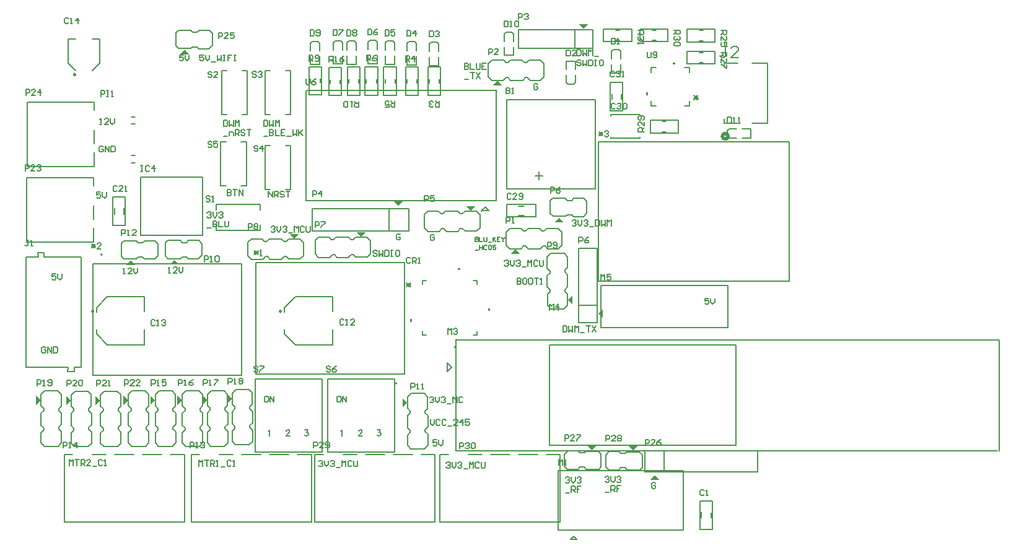
<source format=gto>
G04*
G04 #@! TF.GenerationSoftware,Altium Limited,Altium Designer,18.1.6 (161)*
G04*
G04 Layer_Color=65535*
%FSTAX24Y24*%
%MOIN*%
G70*
G01*
G75*
%ADD10C,0.0200*%
%ADD11C,0.0098*%
%ADD12C,0.0079*%
%ADD13C,0.0080*%
%ADD14C,0.0060*%
%ADD15C,0.0050*%
G36*
X01676Y0336D02*
X01626D01*
X01651Y03385D01*
X01676Y0336D01*
D02*
G37*
G36*
X02798Y02545D02*
X02773Y0257D01*
X02823D01*
X02798Y02545D01*
D02*
G37*
G36*
X02601Y02378D02*
X02576Y02403D01*
X02626D01*
X02601Y02378D01*
D02*
G37*
G36*
X0224Y02368D02*
X02215Y02393D01*
X02265D01*
X0224Y02368D01*
D02*
G37*
G36*
X01619Y02229D02*
X01569D01*
X01594Y02254D01*
X01619Y02229D01*
D02*
G37*
G36*
X01383Y02227D02*
X01333D01*
X01358Y02252D01*
X01383Y02227D01*
D02*
G37*
G36*
X01904Y01507D02*
X01879Y01482D01*
Y01532D01*
X01904Y01507D01*
D02*
G37*
G36*
X01771Y015D02*
X01746Y01475D01*
Y01525D01*
X01771Y015D01*
D02*
G37*
G36*
X01636Y01499D02*
X01611Y01474D01*
Y01524D01*
X01636Y01499D01*
D02*
G37*
G36*
X01491Y01498D02*
X01466Y01473D01*
Y01523D01*
X01491Y01498D01*
D02*
G37*
G36*
X01346D02*
X01321Y01473D01*
Y01523D01*
X01346Y01498D01*
D02*
G37*
G36*
X00876D02*
X00851Y01473D01*
Y01523D01*
X00876Y01498D01*
D02*
G37*
G36*
X01196Y01497D02*
X01171Y01472D01*
Y01522D01*
X01196Y01497D01*
D02*
G37*
G36*
X01037D02*
X01012Y01472D01*
Y01522D01*
X01037Y01497D01*
D02*
G37*
G36*
X02847Y01485D02*
X02822Y0146D01*
Y0151D01*
X02847Y01485D01*
D02*
G37*
G36*
X02872Y019346D02*
X02862D01*
Y019196D01*
X02872D01*
Y019346D01*
D02*
G37*
G36*
X03114Y01791D02*
X03099D01*
Y01781D01*
X03114D01*
Y01791D01*
D02*
G37*
G36*
X03282Y019937D02*
X03292D01*
Y019787D01*
X03282D01*
Y019937D01*
D02*
G37*
G36*
X03712Y02039D02*
X03737Y02014D01*
Y02064D01*
X03712Y02039D01*
D02*
G37*
G36*
X04178Y01095D02*
X04153Y0107D01*
X04203D01*
X04178Y01095D01*
D02*
G37*
G36*
X04063Y01228D02*
X04088Y01253D01*
X04038D01*
X04063Y01228D01*
D02*
G37*
G36*
X03842Y01231D02*
X03867Y01256D01*
X03817D01*
X03842Y01231D01*
D02*
G37*
G36*
X03876Y01966D02*
X03901Y01941D01*
Y01991D01*
X03876Y01966D01*
D02*
G37*
G36*
X031337Y02201D02*
X031187D01*
Y02211D01*
X031337D01*
Y02201D01*
D02*
G37*
G36*
X03189Y02518D02*
X03214Y02543D01*
X03164D01*
X03189Y02518D01*
D02*
G37*
G36*
X03429Y02312D02*
X03404Y02287D01*
X03454D01*
X03429Y02312D01*
D02*
G37*
G36*
X03666Y02481D02*
X03641Y02456D01*
X03691D01*
X03666Y02481D01*
D02*
G37*
G36*
X03334Y03219D02*
X03309Y03194D01*
X03359D01*
X03334Y03219D01*
D02*
G37*
G36*
X03795Y03498D02*
X0382Y03523D01*
X0377D01*
X03795Y03498D01*
D02*
G37*
G36*
X041435Y031401D02*
X041335D01*
Y031551D01*
X041435D01*
Y031401D01*
D02*
G37*
G36*
X042762Y033075D02*
X042912D01*
Y033175D01*
X042762D01*
Y033075D01*
D02*
G37*
D10*
X045737Y029193D02*
G03*
X045737Y029193I-00015J0D01*
G01*
D11*
X021698Y019772D02*
G03*
X021698Y019772I-000049J0D01*
G01*
X011589D02*
G03*
X011589Y019772I-000049J0D01*
G01*
X010627Y032517D02*
G03*
X010627Y032517I-000049J0D01*
G01*
D12*
X027926Y015894D02*
G03*
X027926Y015894I-000039J0D01*
G01*
X012053Y022816D02*
G03*
X012053Y022816I-000039J0D01*
G01*
D13*
X011612Y023506D02*
Y024258D01*
Y026521D02*
Y026974D01*
X00799Y023506D02*
X011612D01*
X00799D02*
Y026974D01*
X011612D01*
Y024722D02*
Y025459D01*
X018209Y025519D02*
X020571D01*
X018209Y025243D02*
Y025519D01*
X020571Y025243D02*
Y025519D01*
Y024141D02*
Y024417D01*
X018209Y024141D02*
Y024417D01*
Y024141D02*
X020571D01*
X020831Y026319D02*
Y028681D01*
Y026319D02*
X021107D01*
X020831Y028681D02*
X021107D01*
X021933D02*
X022209D01*
X021933Y026319D02*
X022209D01*
Y028681D01*
X018441Y026519D02*
Y028881D01*
Y026519D02*
X018717D01*
X018441Y028881D02*
X018717D01*
X019543D02*
X019819D01*
X019543Y026519D02*
X019819D01*
Y028881D01*
X035955Y012047D02*
X036707D01*
X030238D02*
X030691D01*
X036707Y008425D02*
Y012047D01*
X030238Y008425D02*
X036707D01*
X030238D02*
Y012047D01*
X031754D02*
X03249D01*
X032955D02*
X03399D01*
X034455D02*
X03549D01*
X02848Y0135D02*
Y01415D01*
Y0135D02*
X02863Y01335D01*
X02868Y01535D02*
X02938D01*
X02848Y01515D02*
X02868Y01535D01*
X02848Y01455D02*
Y01515D01*
Y01455D02*
X02863Y0144D01*
Y0143D02*
Y0144D01*
X02848Y01415D02*
X02863Y0143D01*
Y01325D02*
Y01335D01*
X02848Y0131D02*
X02863Y01325D01*
X02848Y01255D02*
Y0131D01*
Y01255D02*
X02867Y01236D01*
X02939D01*
X02958Y01255D01*
Y01315D01*
X02943Y0133D02*
X02958Y01315D01*
X02943Y0133D02*
Y0134D01*
X02958Y01355D01*
Y01415D01*
X02943Y0143D02*
X02958Y01415D01*
X02943Y0143D02*
Y0144D01*
X02957Y01454D01*
Y01516D01*
X02938Y01535D02*
X02957Y01516D01*
X01627Y02261D02*
X01636Y0227D01*
X0156Y02261D02*
X01627D01*
X0166Y0227D02*
X0167Y0226D01*
X01636Y0227D02*
X0166D01*
X01624Y02261D02*
X01627D01*
X0166Y02347D02*
X01671Y02358D01*
X01636Y02347D02*
X0166D01*
X01625Y02358D02*
X01636Y02347D01*
X01545Y02276D02*
Y02345D01*
Y02276D02*
X0156Y02261D01*
X0167Y0226D02*
X01724D01*
X01742Y02278D01*
Y02341D01*
X01725Y02358D02*
X01742Y02341D01*
X01671Y02358D02*
X01725D01*
X01558D02*
X01625D01*
X01545Y02345D02*
X01558Y02358D01*
X01602Y03476D02*
X01615Y03489D01*
X01682D01*
X01728D02*
X01782D01*
X01799Y03472D01*
Y03409D02*
Y03472D01*
X01781Y03391D02*
X01799Y03409D01*
X01727Y03391D02*
X01781D01*
X01602Y03407D02*
X01617Y03392D01*
X01602Y03407D02*
Y03476D01*
X01682Y03489D02*
X01693Y03478D01*
X01717D01*
X01728Y03489D01*
X01681Y03392D02*
X01684D01*
X01693Y03401D02*
X01717D01*
X01727Y03391D01*
X01617Y03392D02*
X01684D01*
X01693Y03401D01*
X020831Y030369D02*
Y032731D01*
Y030369D02*
X021107D01*
X020831Y032731D02*
X021107D01*
X021933D02*
X022209D01*
X021933Y030369D02*
X022209D01*
Y032731D01*
X019859Y030359D02*
Y032721D01*
X019583Y030359D02*
X019859D01*
X019583Y032721D02*
X019859D01*
X018481D02*
X018757D01*
X018481Y030359D02*
X018757D01*
X018481D02*
Y032721D01*
X021855Y018551D02*
Y018807D01*
Y019713D02*
Y019969D01*
X022446Y017961D02*
X024454D01*
X022446Y020559D02*
X024454D01*
Y017961D02*
Y018807D01*
Y019752D02*
Y020559D01*
X021855Y019969D02*
X022446Y020559D01*
X021855Y018551D02*
X022446Y017961D01*
X011746Y018551D02*
Y018807D01*
Y019713D02*
Y019969D01*
X012337Y017961D02*
X014345D01*
X012337Y020559D02*
X014345D01*
Y017961D02*
Y018807D01*
Y019752D02*
Y020559D01*
X011746Y019969D02*
X012337Y020559D01*
X011746Y018551D02*
X012337Y017961D01*
X03944Y02909D02*
Y029166D01*
Y030294D02*
Y03037D01*
X041D01*
Y02909D02*
Y029166D01*
X03944Y02909D02*
X041D01*
Y030294D02*
Y03037D01*
X04307Y02937D02*
Y03005D01*
X04155Y02937D02*
X04307D01*
X04155D02*
Y03005D01*
X04307D01*
X04221Y02998D02*
X04241D01*
X04221Y02943D02*
X04241D01*
X013645Y027776D02*
X013844D01*
X013645Y029854D02*
X013844D01*
X013645Y028146D02*
X013844D01*
X013645Y030224D02*
X013844D01*
X02325Y03208D02*
Y03228D01*
X0238Y03208D02*
Y03228D01*
X02387Y03142D02*
Y03294D01*
X02319D02*
X02387D01*
X02319Y03142D02*
Y03294D01*
Y03142D02*
X02387D01*
X02627Y03206D02*
Y03226D01*
X02682Y03206D02*
Y03226D01*
X02689Y0314D02*
Y03292D01*
X02621D02*
X02689D01*
X02621Y0314D02*
Y03292D01*
Y0314D02*
X02689D01*
X02783Y03206D02*
Y03226D01*
X02728Y03206D02*
Y03226D01*
X02721Y0314D02*
Y03292D01*
Y0314D02*
X02789D01*
Y03292D01*
X02721D02*
X02789D01*
X03021Y03207D02*
Y03227D01*
X02966Y03207D02*
Y03227D01*
X02959Y03141D02*
Y03293D01*
Y03141D02*
X03027D01*
Y03293D01*
X02959D02*
X03027D01*
X02587Y03206D02*
Y03226D01*
X02532Y03206D02*
Y03226D01*
X02525Y0314D02*
Y03292D01*
Y0314D02*
X02593D01*
Y03292D01*
X02525D02*
X02593D01*
X02838Y032923D02*
X02906D01*
Y031403D02*
Y032923D01*
X02838Y031403D02*
X02906D01*
X02838D02*
Y032923D01*
X02845Y032063D02*
Y032263D01*
X029Y032063D02*
Y032263D01*
X02833Y01638D02*
Y02238D01*
X02033D02*
X02833D01*
X02033Y01638D02*
X02833D01*
X02033D02*
Y02238D01*
X01157Y01633D02*
Y02233D01*
Y01633D02*
X01957D01*
X01157Y02233D02*
X01957D01*
Y01633D02*
Y02233D01*
X03247Y02518D02*
X03248Y02519D01*
X03286D01*
X03268Y02537D02*
X03286Y02519D01*
X03268Y02537D02*
Y02539D01*
X03247Y02518D02*
X03268Y02539D01*
X03247Y02517D02*
Y02518D01*
X03325Y02574D02*
Y03167D01*
X03323Y02572D02*
X03325Y02574D01*
X02302Y027208D02*
Y030182D01*
X02307Y03167D02*
X0333D01*
X02302Y03162D02*
X02307Y03167D01*
X02302Y030182D02*
Y03162D01*
Y02572D02*
X03323D01*
X02302D02*
Y027208D01*
X036133Y012571D02*
X046165D01*
X036133D02*
Y017965D01*
X046165Y012571D02*
Y017965D01*
X036133D02*
X046165D01*
X03111Y012248D02*
X060244D01*
X03111D02*
Y018252D01*
X031142Y01822D01*
X06033D01*
Y01225D02*
Y01822D01*
X03064Y01653D02*
Y01699D01*
X03086Y01677D01*
Y01675D02*
Y01677D01*
X03064Y01653D02*
X03086Y01675D01*
X02376Y03306D02*
Y03351D01*
Y03381D02*
Y03421D01*
X02326Y03306D02*
Y03351D01*
Y03381D02*
Y03421D01*
X02336Y03431D02*
X02366D01*
X02326Y03421D02*
X02336Y03431D01*
X02366D02*
X02376Y03421D01*
X02326Y03306D02*
X02376D01*
X02573Y033073D02*
Y033523D01*
Y033823D02*
Y034223D01*
X02523Y033073D02*
Y033523D01*
Y033823D02*
Y034223D01*
X02533Y034323D02*
X02563D01*
X02523Y034223D02*
X02533Y034323D01*
X02563D02*
X02573Y034223D01*
X02523Y033073D02*
X02573D01*
X02499Y03308D02*
Y03353D01*
Y03383D02*
Y03423D01*
X02449Y03308D02*
Y03353D01*
Y03383D02*
Y03423D01*
X02459Y03433D02*
X02489D01*
X02449Y03423D02*
X02459Y03433D01*
X02489D02*
X02499Y03423D01*
X02449Y03308D02*
X02499D01*
X03996Y032605D02*
Y033055D01*
Y033355D02*
Y033755D01*
X03946Y032605D02*
Y033055D01*
Y033355D02*
Y033755D01*
X03956Y033855D02*
X03986D01*
X03946Y033755D02*
X03956Y033855D01*
X03986D02*
X03996Y033755D01*
X03946Y032605D02*
X03996D01*
X02778Y033066D02*
Y033516D01*
Y033816D02*
Y034216D01*
X02728Y033066D02*
Y033516D01*
Y033816D02*
Y034216D01*
X02738Y034316D02*
X02768D01*
X02728Y034216D02*
X02738Y034316D01*
X02768D02*
X02778Y034216D01*
X02728Y033066D02*
X02778D01*
X0465Y0296D02*
X04695D01*
X0458D02*
X0462D01*
X0465Y0291D02*
X04695D01*
X0458D02*
X0462D01*
X0457Y0292D02*
Y0295D01*
Y0292D02*
X0458Y0291D01*
X0457Y0295D02*
X0458Y0296D01*
X04695Y0291D02*
Y0296D01*
X03419Y03355D02*
Y034D01*
Y0343D02*
Y0347D01*
X03369Y03355D02*
Y034D01*
Y0343D02*
Y0347D01*
X03379Y0348D02*
X03409D01*
X03369Y0347D02*
X03379Y0348D01*
X03409D02*
X03419Y0347D01*
X03369Y03355D02*
X03419D01*
X02685Y03311D02*
Y03356D01*
Y03386D02*
Y03426D01*
X02635Y03311D02*
Y03356D01*
Y03386D02*
Y03426D01*
X02645Y03436D02*
X02675D01*
X02635Y03426D02*
X02645Y03436D01*
X02675D02*
X02685Y03426D01*
X02635Y03311D02*
X02685D01*
X02896Y033035D02*
Y033485D01*
Y033785D02*
Y034185D01*
X02846Y033035D02*
Y033485D01*
Y033785D02*
Y034185D01*
X02856Y034285D02*
X02886D01*
X02846Y034185D02*
X02856Y034285D01*
X02886D02*
X02896Y034185D01*
X02846Y033035D02*
X02896D01*
X030165Y033005D02*
Y033455D01*
Y033755D02*
Y034155D01*
X029665Y033005D02*
Y033455D01*
Y033755D02*
Y034155D01*
X029765Y034255D02*
X030065D01*
X029665Y034155D02*
X029765Y034255D01*
X030065D02*
X030165Y034155D01*
X029665Y033005D02*
X030165D01*
X03704Y03278D02*
Y03323D01*
Y03208D02*
Y03248D01*
X03754Y03278D02*
Y03323D01*
Y03208D02*
Y03248D01*
X03714Y03198D02*
X03744D01*
X03754Y03208D01*
X03704D02*
X03714Y03198D01*
X03704Y03323D02*
X03754D01*
X03538Y02485D02*
Y02552D01*
X03384Y02485D02*
X03538D01*
X03384D02*
Y02552D01*
X03538D01*
X03447Y02544D02*
X03475D01*
X03446Y024914D02*
X03475D01*
X04418Y0337D02*
X04438D01*
X04418Y03315D02*
X04438D01*
X04352Y03308D02*
X04504D01*
Y03376D01*
X04352D02*
X04504D01*
X04352Y03308D02*
Y03376D01*
X04418Y03489D02*
X04438D01*
X04418Y03434D02*
X04438D01*
X04352Y03427D02*
X04504D01*
Y03495D01*
X04352D02*
X04504D01*
X04352Y03427D02*
Y03495D01*
X0394Y0321D02*
X04007D01*
Y03056D02*
Y0321D01*
X0394Y03056D02*
X04007D01*
X0394D02*
Y0321D01*
X03948Y03119D02*
Y03147D01*
X040006Y03118D02*
Y03147D01*
X04165Y0349D02*
X04185D01*
X04165Y03435D02*
X04185D01*
X04099Y03428D02*
X04251D01*
Y03496D01*
X04099D02*
X04251D01*
X04099Y03428D02*
Y03496D01*
X0397Y0349D02*
X0399D01*
X0397Y03435D02*
X0399D01*
X03904Y03428D02*
X04056D01*
Y03496D01*
X03904D02*
X04056D01*
X03904Y03428D02*
Y03496D01*
X02426Y03138D02*
X02494D01*
X02426D02*
Y0329D01*
X02494D01*
Y03138D02*
Y0329D01*
X02487Y03204D02*
Y03224D01*
X02432Y03204D02*
Y03224D01*
X01264Y02593D02*
X01331D01*
Y0244D02*
Y02593D01*
X01264Y0244D02*
X01331D01*
X01264D02*
Y02593D01*
X01273Y02499D02*
Y02533D01*
X01323Y02499D02*
Y02533D01*
X011523Y032724D02*
X011916Y033117D01*
Y034416D01*
X010224Y033117D02*
Y034416D01*
X011523D02*
X011916D01*
X010224D02*
X010617D01*
X010224Y033117D02*
X010617Y032724D01*
X014232Y012052D02*
X015268D01*
X012732D02*
X013768D01*
X011531D02*
X012268D01*
X010016Y00843D02*
Y012052D01*
Y00843D02*
X016484D01*
Y012052D01*
X010016D02*
X010468D01*
X015732D02*
X016484D01*
X021069Y012047D02*
X022104D01*
X019569D02*
X020604D01*
X018368D02*
X019104D01*
X016852Y008425D02*
Y012047D01*
Y008425D02*
X023321D01*
Y012047D01*
X016852D02*
X017305D01*
X022569D02*
X023321D01*
X02779Y012205D02*
Y016142D01*
X024199Y012205D02*
X02779D01*
X024199D02*
Y016142D01*
X02779D01*
X02389Y012205D02*
Y016142D01*
X0203Y012205D02*
X02389D01*
X0203D02*
Y016142D01*
X02389D01*
X038582Y026374D02*
X038601Y026394D01*
X033818Y026374D02*
X038582D01*
X033818D02*
Y031148D01*
X038601D01*
Y026394D02*
Y031148D01*
X03555Y026866D02*
Y02729D01*
X035363Y027073D02*
X035747D01*
X0375Y03393D02*
Y03492D01*
X03445Y03392D02*
Y03492D01*
Y03392D02*
X03845D01*
Y03492D01*
X03445D02*
X03845D01*
X02337Y02409D02*
X02855D01*
X02337Y02531D02*
X02855D01*
Y02409D02*
Y02531D01*
X02337Y02409D02*
Y02531D01*
X02749Y02411D02*
Y02529D01*
X03617Y02572D02*
X0363Y02585D01*
X03697D01*
X03743D02*
X03797D01*
X03814Y02568D01*
Y02505D02*
Y02568D01*
X03796Y02487D02*
X03814Y02505D01*
X03742Y02487D02*
X03796D01*
X03617Y02503D02*
X03632Y02488D01*
X03617Y02503D02*
Y02572D01*
X03697Y02585D02*
X03708Y02574D01*
X03732D01*
X03743Y02585D01*
X03696Y02488D02*
X03699D01*
X03708Y02497D02*
X03732D01*
X03742Y02487D01*
X03632Y02488D02*
X03699D01*
X03708Y02497D01*
X03771Y02011D02*
X0387D01*
X0377Y02316D02*
X0387D01*
X0377Y01916D02*
Y02316D01*
Y01916D02*
X0387D01*
Y02316D01*
X04228Y01112D02*
Y01225D01*
X04127Y01227D02*
X04733D01*
X04127Y01112D02*
X04733D01*
X04127D02*
Y01227D01*
X04733Y01112D02*
Y01227D01*
X03878Y01127D02*
X03891Y0114D01*
X03811Y01127D02*
X03878D01*
X03711D02*
X03765D01*
X03694Y01144D02*
X03711Y01127D01*
X03694Y01144D02*
Y01207D01*
X03712Y01225D01*
X03766D01*
X03876Y01224D02*
X03891Y01209D01*
Y0114D02*
Y01209D01*
X038Y01138D02*
X03811Y01127D01*
X03776Y01138D02*
X038D01*
X03765Y01127D02*
X03776Y01138D01*
X03809Y01224D02*
X03812D01*
X03776Y01215D02*
X038D01*
X03766Y01225D02*
X03776Y01215D01*
X03809Y01224D02*
X03876D01*
X038Y01215D02*
X03809Y01224D01*
X038888Y01891D02*
X045718D01*
Y02116D01*
X038888D02*
X045718D01*
X038888Y01891D02*
Y02116D01*
X04099Y01124D02*
X04112Y01137D01*
X04032Y01124D02*
X04099D01*
X03932D02*
X03986D01*
X03915Y01141D02*
X03932Y01124D01*
X03915Y01141D02*
Y01204D01*
X03933Y01222D01*
X03987D01*
X04097Y01221D02*
X04112Y01206D01*
Y01137D02*
Y01206D01*
X04021Y01135D02*
X04032Y01124D01*
X03997Y01135D02*
X04021D01*
X03986Y01124D02*
X03997Y01135D01*
X0403Y01221D02*
X04033D01*
X03997Y01212D02*
X04021D01*
X03987Y01222D02*
X03997Y01212D01*
X0403Y01221D02*
X04097D01*
X04021Y01212D02*
X0403Y01221D01*
X041605Y030835D02*
Y031108D01*
Y032905D02*
X041878D01*
X043675Y032632D02*
Y032905D01*
Y030835D02*
Y031108D01*
X041605Y030835D02*
X041878D01*
X041605Y032632D02*
Y032905D01*
X043402D02*
X043675D01*
X043402Y030835D02*
X043675D01*
X049013Y02141D02*
Y02888D01*
X038773Y02141D02*
X049013D01*
X038773D02*
Y02888D01*
X049013D01*
X03284Y0331D02*
X03303Y03329D01*
X03365D01*
X03379Y03315D01*
X03389D01*
X03404Y0333D01*
X03464D01*
X03479Y03315D01*
X03489D01*
X03504Y0333D01*
X03564D01*
X03583Y03311D01*
Y03239D02*
Y03311D01*
X03564Y0322D02*
X03583Y03239D01*
X03509Y0322D02*
X03564D01*
X03494Y03235D02*
X03509Y0322D01*
X03484Y03235D02*
X03494D01*
X03389D02*
X03404Y0322D01*
X03379Y03235D02*
X03389D01*
X03364Y0322D02*
X03379Y03235D01*
X03304Y0322D02*
X03364D01*
X03284Y0324D02*
X03304Y0322D01*
X03284Y0324D02*
Y0331D01*
X03469Y0322D02*
X03484Y03235D01*
X03404Y0322D02*
X03469D01*
X03379Y02403D02*
X03398Y02422D01*
X0346D01*
X03474Y02408D01*
X03484D01*
X03499Y02423D01*
X03559D01*
X03574Y02408D01*
X03584D01*
X03599Y02423D01*
X03659D01*
X03678Y02404D01*
Y02332D02*
Y02404D01*
X03659Y02313D02*
X03678Y02332D01*
X03604Y02313D02*
X03659D01*
X03589Y02328D02*
X03604Y02313D01*
X03579Y02328D02*
X03589D01*
X03484D02*
X03499Y02313D01*
X03474Y02328D02*
X03484D01*
X03459Y02313D02*
X03474Y02328D01*
X03399Y02313D02*
X03459D01*
X03379Y02333D02*
X03399Y02313D01*
X03379Y02333D02*
Y02403D01*
X03564Y02313D02*
X03579Y02328D01*
X03499Y02313D02*
X03564D01*
X04423Y00803D02*
X0449D01*
X04423D02*
Y00957D01*
X0449D01*
Y00803D02*
Y00957D01*
X04482Y00866D02*
Y00894D01*
X044294Y00866D02*
Y00895D01*
X01309Y02343D02*
X01322Y02356D01*
X01389D01*
X01435D02*
X01489D01*
X01506Y02339D01*
Y02276D02*
Y02339D01*
X01488Y02258D02*
X01506Y02276D01*
X01434Y02258D02*
X01488D01*
X01309Y02274D02*
X01324Y02259D01*
X01309Y02274D02*
Y02343D01*
X01389Y02356D02*
X014Y02345D01*
X01424D01*
X01435Y02356D01*
X01388Y02259D02*
X01391D01*
X014Y02268D02*
X01424D01*
X01434Y02258D01*
X01324Y02259D02*
X01391D01*
X014Y02268D01*
X01727Y01549D02*
X01746Y0153D01*
Y01468D02*
Y0153D01*
X01732Y01454D02*
X01746Y01468D01*
X01732Y01444D02*
Y01454D01*
Y01444D02*
X01747Y01429D01*
Y01369D02*
Y01429D01*
X01732Y01354D02*
X01747Y01369D01*
X01732Y01344D02*
Y01354D01*
Y01344D02*
X01747Y01329D01*
Y01269D02*
Y01329D01*
X01728Y0125D02*
X01747Y01269D01*
X01656Y0125D02*
X01728D01*
X01637Y01269D02*
X01656Y0125D01*
X01637Y01269D02*
Y01324D01*
X01652Y01339D01*
Y01349D01*
X01637Y01429D02*
X01652Y01444D01*
Y01454D01*
X01637Y01469D02*
X01652Y01454D01*
X01637Y01469D02*
Y01529D01*
X01657Y01549D01*
X01727D01*
X01637Y01364D02*
X01652Y01349D01*
X01637Y01364D02*
Y01429D01*
X01582Y01548D02*
X01601Y01529D01*
Y01467D02*
Y01529D01*
X01587Y01453D02*
X01601Y01467D01*
X01587Y01443D02*
Y01453D01*
Y01443D02*
X01602Y01428D01*
Y01368D02*
Y01428D01*
X01587Y01353D02*
X01602Y01368D01*
X01587Y01343D02*
Y01353D01*
Y01343D02*
X01602Y01328D01*
Y01268D02*
Y01328D01*
X01583Y01249D02*
X01602Y01268D01*
X01511Y01249D02*
X01583D01*
X01492Y01268D02*
X01511Y01249D01*
X01492Y01268D02*
Y01323D01*
X01507Y01338D01*
Y01348D01*
X01492Y01428D02*
X01507Y01443D01*
Y01453D01*
X01492Y01468D02*
X01507Y01453D01*
X01492Y01468D02*
Y01528D01*
X01512Y01548D01*
X01582D01*
X01492Y01363D02*
X01507Y01348D01*
X01492Y01363D02*
Y01428D01*
X01995Y01557D02*
X02014Y01538D01*
Y01476D02*
Y01538D01*
X02Y01462D02*
X02014Y01476D01*
X02Y01452D02*
Y01462D01*
Y01452D02*
X02015Y01437D01*
Y01377D02*
Y01437D01*
X02Y01362D02*
X02015Y01377D01*
X02Y01352D02*
Y01362D01*
Y01352D02*
X02015Y01337D01*
Y01277D02*
Y01337D01*
X01996Y01258D02*
X02015Y01277D01*
X01924Y01258D02*
X01996D01*
X01905Y01277D02*
X01924Y01258D01*
X01905Y01277D02*
Y01332D01*
X0192Y01347D01*
Y01357D01*
X01905Y01437D02*
X0192Y01452D01*
Y01462D01*
X01905Y01477D02*
X0192Y01462D01*
X01905Y01477D02*
Y01537D01*
X01925Y01557D01*
X01995D01*
X01905Y01372D02*
X0192Y01357D01*
X01905Y01372D02*
Y01437D01*
X01862Y0155D02*
X01881Y01531D01*
Y01469D02*
Y01531D01*
X01867Y01455D02*
X01881Y01469D01*
X01867Y01445D02*
Y01455D01*
Y01445D02*
X01882Y0143D01*
Y0137D02*
Y0143D01*
X01867Y01355D02*
X01882Y0137D01*
X01867Y01345D02*
Y01355D01*
Y01345D02*
X01882Y0133D01*
Y0127D02*
Y0133D01*
X01863Y01251D02*
X01882Y0127D01*
X01791Y01251D02*
X01863D01*
X01772Y0127D02*
X01791Y01251D01*
X01772Y0127D02*
Y01325D01*
X01787Y0134D01*
Y0135D01*
X01772Y0143D02*
X01787Y01445D01*
Y01455D01*
X01772Y0147D02*
X01787Y01455D01*
X01772Y0147D02*
Y0153D01*
X01792Y0155D01*
X01862D01*
X01772Y01365D02*
X01787Y0135D01*
X01772Y01365D02*
Y0143D01*
X01128Y01547D02*
X01147Y01528D01*
Y01466D02*
Y01528D01*
X01133Y01452D02*
X01147Y01466D01*
X01133Y01442D02*
Y01452D01*
Y01442D02*
X01148Y01427D01*
Y01367D02*
Y01427D01*
X01133Y01352D02*
X01148Y01367D01*
X01133Y01342D02*
Y01352D01*
Y01342D02*
X01148Y01327D01*
Y01267D02*
Y01327D01*
X01129Y01248D02*
X01148Y01267D01*
X01057Y01248D02*
X01129D01*
X01038Y01267D02*
X01057Y01248D01*
X01038Y01267D02*
Y01322D01*
X01053Y01337D01*
Y01347D01*
X01038Y01427D02*
X01053Y01442D01*
Y01452D01*
X01038Y01467D02*
X01053Y01452D01*
X01038Y01467D02*
Y01527D01*
X01058Y01547D01*
X01128D01*
X01038Y01362D02*
X01053Y01347D01*
X01038Y01362D02*
Y01427D01*
X00967Y01548D02*
X00986Y01529D01*
Y01467D02*
Y01529D01*
X00972Y01453D02*
X00986Y01467D01*
X00972Y01443D02*
Y01453D01*
Y01443D02*
X00987Y01428D01*
Y01368D02*
Y01428D01*
X00972Y01353D02*
X00987Y01368D01*
X00972Y01343D02*
Y01353D01*
Y01343D02*
X00987Y01328D01*
Y01268D02*
Y01328D01*
X00968Y01249D02*
X00987Y01268D01*
X00896Y01249D02*
X00968D01*
X00877Y01268D02*
X00896Y01249D01*
X00877Y01268D02*
Y01323D01*
X00892Y01338D01*
Y01348D01*
X00877Y01428D02*
X00892Y01443D01*
Y01453D01*
X00877Y01468D02*
X00892Y01453D01*
X00877Y01468D02*
Y01528D01*
X00897Y01548D01*
X00967D01*
X00877Y01363D02*
X00892Y01348D01*
X00877Y01363D02*
Y01428D01*
X01437Y01548D02*
X01456Y01529D01*
Y01467D02*
Y01529D01*
X01442Y01453D02*
X01456Y01467D01*
X01442Y01443D02*
Y01453D01*
Y01443D02*
X01457Y01428D01*
Y01368D02*
Y01428D01*
X01442Y01353D02*
X01457Y01368D01*
X01442Y01343D02*
Y01353D01*
Y01343D02*
X01457Y01328D01*
Y01268D02*
Y01328D01*
X01438Y01249D02*
X01457Y01268D01*
X01366Y01249D02*
X01438D01*
X01347Y01268D02*
X01366Y01249D01*
X01347Y01268D02*
Y01323D01*
X01362Y01338D01*
Y01348D01*
X01347Y01428D02*
X01362Y01443D01*
Y01453D01*
X01347Y01468D02*
X01362Y01453D01*
X01347Y01468D02*
Y01528D01*
X01367Y01548D01*
X01437D01*
X01347Y01363D02*
X01362Y01348D01*
X01347Y01363D02*
Y01428D01*
X01287Y01547D02*
X01306Y01528D01*
Y01466D02*
Y01528D01*
X01292Y01452D02*
X01306Y01466D01*
X01292Y01442D02*
Y01452D01*
Y01442D02*
X01307Y01427D01*
Y01367D02*
Y01427D01*
X01292Y01352D02*
X01307Y01367D01*
X01292Y01342D02*
Y01352D01*
Y01342D02*
X01307Y01327D01*
Y01267D02*
Y01327D01*
X01288Y01248D02*
X01307Y01267D01*
X01216Y01248D02*
X01288D01*
X01197Y01267D02*
X01216Y01248D01*
X01197Y01267D02*
Y01322D01*
X01212Y01337D01*
Y01347D01*
X01197Y01427D02*
X01212Y01442D01*
Y01452D01*
X01197Y01467D02*
X01212Y01452D01*
X01197Y01467D02*
Y01527D01*
X01217Y01547D01*
X01287D01*
X01197Y01362D02*
X01212Y01347D01*
X01197Y01362D02*
Y01427D01*
X027724Y012047D02*
X02876D01*
X026224D02*
X02726D01*
X025024D02*
X02576D01*
X023508Y008425D02*
Y012047D01*
Y008425D02*
X029976D01*
Y012047D01*
X023508D02*
X023961D01*
X029224D02*
X029976D01*
X008916Y022681D02*
X010924D01*
Y016776D02*
Y022681D01*
X007971D02*
X00864D01*
X008611Y022917D02*
X00864Y022681D01*
X008916D02*
X008945Y022917D01*
X008611D02*
X008945D01*
X007971Y016776D02*
Y022681D01*
X010195Y01654D02*
X010569D01*
X010549Y016776D02*
X010569Y01654D01*
X010195D02*
X010215Y016776D01*
X010549D02*
X010924D01*
X007971D02*
X010215D01*
X0293Y02143D02*
X029511D01*
X0293Y01849D02*
X029511D01*
X03224D02*
Y018701D01*
X032029Y02143D02*
X03224D01*
X0293Y021219D02*
Y02143D01*
Y01849D02*
Y018701D01*
X032029Y01849D02*
X03224D01*
Y021219D02*
Y02143D01*
X011641Y028792D02*
Y029528D01*
X008019Y031044D02*
X011641D01*
X008019Y027576D02*
Y031044D01*
Y027576D02*
X011641D01*
Y030591D02*
Y031044D01*
Y027576D02*
Y028328D01*
X017465Y02387D02*
Y02701D01*
X014125Y02387D02*
X017465D01*
X014125D02*
Y02699D01*
X014145Y02701D01*
X017465D01*
X02271Y02258D02*
X0229Y02277D01*
X02209Y02258D02*
X02271D01*
X02195Y02272D02*
X02209Y02258D01*
X02185Y02272D02*
X02195D01*
X0217Y02257D02*
X02185Y02272D01*
X0211Y02257D02*
X0217D01*
X02095Y02272D02*
X0211Y02257D01*
X02085Y02272D02*
X02095D01*
X0207Y02257D02*
X02085Y02272D01*
X0201Y02257D02*
X0207D01*
X01991Y02276D02*
X0201Y02257D01*
X01991Y02276D02*
Y02348D01*
X0201Y02367D01*
X02065D01*
X0208Y02352D01*
X0209D01*
X0217Y02367D02*
X02185Y02352D01*
X02195D01*
X0221Y02367D01*
X0227D01*
X0229Y02347D01*
Y02277D02*
Y02347D01*
X0209Y02352D02*
X02105Y02367D01*
X0217D01*
X03602Y02008D02*
X03621Y01989D01*
X03602Y02008D02*
Y0207D01*
X03616Y02084D01*
Y02094D01*
X03601Y02109D02*
X03616Y02094D01*
X03601Y02109D02*
Y02169D01*
X03616Y02184D01*
Y02194D01*
X03601Y02209D02*
X03616Y02194D01*
X03601Y02209D02*
Y02269D01*
X0362Y02288D01*
X03692D01*
X03711Y02269D01*
Y02214D02*
Y02269D01*
X03696Y02199D02*
X03711Y02214D01*
X03696Y02189D02*
Y02199D01*
Y02094D02*
X03711Y02109D01*
X03696Y02084D02*
Y02094D01*
Y02084D02*
X03711Y02069D01*
Y02009D02*
Y02069D01*
X03691Y01989D02*
X03711Y02009D01*
X03621Y01989D02*
X03691D01*
X03696Y02189D02*
X03711Y02174D01*
Y02109D02*
Y02174D01*
X02632Y02268D02*
X02651Y02287D01*
X0257Y02268D02*
X02632D01*
X02556Y02282D02*
X0257Y02268D01*
X02546Y02282D02*
X02556D01*
X02531Y02267D02*
X02546Y02282D01*
X02471Y02267D02*
X02531D01*
X02456Y02282D02*
X02471Y02267D01*
X02446Y02282D02*
X02456D01*
X02431Y02267D02*
X02446Y02282D01*
X02371Y02267D02*
X02431D01*
X02352Y02286D02*
X02371Y02267D01*
X02352Y02286D02*
Y02358D01*
X02371Y02377D01*
X02426D01*
X02441Y02362D01*
X02451D01*
X02531Y02377D02*
X02546Y02362D01*
X02556D01*
X02571Y02377D01*
X02631D01*
X02651Y02357D01*
Y02287D02*
Y02357D01*
X02451Y02362D02*
X02466Y02377D01*
X02531D01*
X03742Y00767D02*
X03758Y00751D01*
X03726D02*
X03742Y00767D01*
X03726Y00751D02*
X03758D01*
X03662Y00798D02*
X04333D01*
X03661Y00799D02*
X03662Y00798D01*
X03661Y00799D02*
Y01119D01*
X03663D01*
X04333D01*
Y00798D02*
Y01119D01*
X03054Y02517D02*
X03119D01*
X03039Y02502D02*
X03054Y02517D01*
X03239Y02427D02*
Y02497D01*
X03219Y02517D02*
X03239Y02497D01*
X03159Y02517D02*
X03219D01*
X03144Y02502D02*
X03159Y02517D01*
X03134Y02502D02*
X03144D01*
X03119Y02517D02*
X03134Y02502D01*
X03029D02*
X03039D01*
X03014Y02517D02*
X03029Y02502D01*
X02959Y02517D02*
X03014D01*
X0294Y02498D02*
X02959Y02517D01*
X0294Y02426D02*
Y02498D01*
Y02426D02*
X02959Y02407D01*
X03019D01*
X03034Y02422D01*
X03044D01*
X03059Y02407D01*
X03119D01*
X03134Y02422D01*
X03144D01*
X03158Y02408D01*
X0322D01*
X03239Y02427D01*
D14*
X045537Y033143D02*
X046247D01*
X047033Y029893D02*
X047877D01*
X045537D02*
Y030119D01*
Y029893D02*
X046247D01*
X045537Y032916D02*
Y033143D01*
X047033D02*
X047877D01*
Y029893D02*
Y033143D01*
D15*
X01771Y025073D02*
X017762Y025125D01*
X017867D01*
X01792Y025073D01*
Y02502D01*
X017867Y024968D01*
X017815D01*
X017867D01*
X01792Y024915D01*
Y024863D01*
X017867Y02481D01*
X017762D01*
X01771Y024863D01*
X018025Y025125D02*
Y024915D01*
X01813Y02481D01*
X018235Y024915D01*
Y025125D01*
X01834Y025073D02*
X018392Y025125D01*
X018497D01*
X01855Y025073D01*
Y02502D01*
X018497Y024968D01*
X018445D01*
X018497D01*
X01855Y024915D01*
Y024863D01*
X018497Y02481D01*
X018392D01*
X01834Y024863D01*
X01771Y02426D02*
X01792D01*
X018025Y024627D02*
Y024312D01*
X018182D01*
X018235Y024365D01*
Y024417D01*
X018182Y02447D01*
X018025D01*
X018182D01*
X018235Y024522D01*
Y024575D01*
X018182Y024627D01*
X018025D01*
X01834D02*
Y024312D01*
X01855D01*
X018655Y024627D02*
Y024365D01*
X018707Y024312D01*
X018812D01*
X018864Y024365D01*
Y024627D01*
X03913Y010833D02*
X039182Y010885D01*
X039287D01*
X03934Y010833D01*
Y01078D01*
X039287Y010728D01*
X039235D01*
X039287D01*
X03934Y010675D01*
Y010623D01*
X039287Y01057D01*
X039182D01*
X03913Y010623D01*
X039445Y010885D02*
Y010675D01*
X03955Y01057D01*
X039655Y010675D01*
Y010885D01*
X03976Y010833D02*
X039812Y010885D01*
X039917D01*
X03997Y010833D01*
Y01078D01*
X039917Y010728D01*
X039865D01*
X039917D01*
X03997Y010675D01*
Y010623D01*
X039917Y01057D01*
X039812D01*
X03976Y010623D01*
X03913Y01002D02*
X03934D01*
X039445Y010072D02*
Y010387D01*
X039602D01*
X039655Y010335D01*
Y01023D01*
X039602Y010177D01*
X039445D01*
X03955D02*
X039655Y010072D01*
X03997Y010387D02*
X03976D01*
Y01023D01*
X039865D01*
X03976D01*
Y010072D01*
X03699Y010803D02*
X037042Y010855D01*
X037147D01*
X0372Y010803D01*
Y01075D01*
X037147Y010698D01*
X037095D01*
X037147D01*
X0372Y010645D01*
Y010593D01*
X037147Y01054D01*
X037042D01*
X03699Y010593D01*
X037305Y010855D02*
Y010645D01*
X03741Y01054D01*
X037515Y010645D01*
Y010855D01*
X03762Y010803D02*
X037672Y010855D01*
X037777D01*
X03783Y010803D01*
Y01075D01*
X037777Y010698D01*
X037725D01*
X037777D01*
X03783Y010645D01*
Y010593D01*
X037777Y01054D01*
X037672D01*
X03762Y010593D01*
X03699Y00999D02*
X0372D01*
X037305Y010042D02*
Y010357D01*
X037462D01*
X037515Y010305D01*
Y0102D01*
X037462Y010147D01*
X037305D01*
X03741D02*
X037515Y010042D01*
X03783Y010357D02*
X03762D01*
Y0102D01*
X037725D01*
X03762D01*
Y010042D01*
X031562Y033112D02*
Y032797D01*
X031719D01*
X031772Y03285D01*
Y032902D01*
X031719Y032955D01*
X031562D01*
X031719D01*
X031772Y033007D01*
Y033059D01*
X031719Y033112D01*
X031562D01*
X031876D02*
Y032797D01*
X032086D01*
X032191Y033112D02*
Y03285D01*
X032244Y032797D01*
X032349D01*
X032401Y03285D01*
Y033112D01*
X032716D02*
X032506D01*
Y032797D01*
X032716D01*
X032506Y032955D02*
X032611D01*
X031562Y032247D02*
X031772D01*
X031876Y032614D02*
X032086D01*
X031981D01*
Y032299D01*
X032191Y032614D02*
X032401Y032299D01*
Y032614D02*
X032191Y032299D01*
X03214Y023768D02*
Y023532D01*
X032258D01*
X032297Y023571D01*
Y023611D01*
X032258Y02365D01*
X03214D01*
X032258D01*
X032297Y02369D01*
Y023729D01*
X032258Y023768D01*
X03214D01*
X032376D02*
Y023532D01*
X032534D01*
X032612Y023768D02*
Y023571D01*
X032652Y023532D01*
X03273D01*
X03277Y023571D01*
Y023768D01*
X032848Y023493D02*
X033006D01*
X033085Y023768D02*
Y023532D01*
Y023611D01*
X033242Y023768D01*
X033124Y02365D01*
X033242Y023532D01*
X033478Y023768D02*
X033321D01*
Y023532D01*
X033478D01*
X033321Y02365D02*
X033399D01*
X033557Y023768D02*
Y023729D01*
X033636Y02365D01*
X033714Y023729D01*
Y023768D01*
X033636Y02365D02*
Y023532D01*
X03214Y02305D02*
X032297D01*
X032376Y023326D02*
Y023089D01*
Y023207D01*
X032534D01*
Y023326D01*
Y023089D01*
X03277Y023286D02*
X03273Y023326D01*
X032652D01*
X032612Y023286D01*
Y023129D01*
X032652Y023089D01*
X03273D01*
X03277Y023129D01*
X032966Y023326D02*
X032888D01*
X032848Y023286D01*
Y023129D01*
X032888Y023089D01*
X032966D01*
X033006Y023129D01*
Y023286D01*
X032966Y023326D01*
X033242D02*
X033085D01*
Y023207D01*
X033163Y023247D01*
X033203D01*
X033242Y023207D01*
Y023129D01*
X033203Y023089D01*
X033124D01*
X033085Y023129D01*
X01859Y030045D02*
Y02973D01*
X018747D01*
X0188Y029783D01*
Y029993D01*
X018747Y030045D01*
X01859D01*
X018905D02*
Y02973D01*
X01901Y029835D01*
X019115Y02973D01*
Y030045D01*
X01922Y02973D02*
Y030045D01*
X019325Y02994D01*
X01943Y030045D01*
Y02973D01*
X01859Y02918D02*
X0188D01*
X018905Y029232D02*
Y029442D01*
X019062D01*
X019115Y02939D01*
Y029232D01*
X01922D02*
Y029547D01*
X019377D01*
X01943Y029495D01*
Y02939D01*
X019377Y029337D01*
X01922D01*
X019325D02*
X01943Y029232D01*
X019744Y029495D02*
X019692Y029547D01*
X019587D01*
X019535Y029495D01*
Y029442D01*
X019587Y02939D01*
X019692D01*
X019744Y029337D01*
Y029285D01*
X019692Y029232D01*
X019587D01*
X019535Y029285D01*
X019849Y029547D02*
X020059D01*
X019954D01*
Y029232D01*
X02075Y030045D02*
Y02973D01*
X020907D01*
X02096Y029783D01*
Y029993D01*
X020907Y030045D01*
X02075D01*
X021065D02*
Y02973D01*
X02117Y029835D01*
X021275Y02973D01*
Y030045D01*
X02138Y02973D02*
Y030045D01*
X021485Y02994D01*
X02159Y030045D01*
Y02973D01*
X02075Y02918D02*
X02096D01*
X021065Y029547D02*
Y029232D01*
X021222D01*
X021275Y029285D01*
Y029337D01*
X021222Y02939D01*
X021065D01*
X021222D01*
X021275Y029442D01*
Y029495D01*
X021222Y029547D01*
X021065D01*
X02138D02*
Y029232D01*
X02159D01*
X021904Y029547D02*
X021695D01*
Y029232D01*
X021904D01*
X021695Y02939D02*
X0218D01*
X022009Y02918D02*
X022219D01*
X022324Y029547D02*
Y029232D01*
X022429Y029337D01*
X022534Y029232D01*
Y029547D01*
X022639D02*
Y029232D01*
Y029337D01*
X022849Y029547D01*
X022692Y02939D01*
X022849Y029232D01*
X037609Y033857D02*
Y033542D01*
X037767D01*
X037819Y033595D01*
Y033805D01*
X037767Y033857D01*
X037609D01*
X037924D02*
Y033542D01*
X038029Y033647D01*
X038134Y033542D01*
Y033857D01*
X038239Y033542D02*
Y033857D01*
X038344Y033752D01*
X038449Y033857D01*
Y033542D01*
X038554Y03349D02*
X038764D01*
X037819Y033255D02*
X037767Y033307D01*
X037662D01*
X037609Y033255D01*
Y033202D01*
X037662Y03315D01*
X037767D01*
X037819Y033097D01*
Y033045D01*
X037767Y032992D01*
X037662D01*
X037609Y033045D01*
X037924Y033307D02*
Y032992D01*
X038029Y033097D01*
X038134Y032992D01*
Y033307D01*
X038239D02*
Y032992D01*
X038397D01*
X038449Y033045D01*
Y033255D01*
X038397Y033307D01*
X038239D01*
X038554D02*
X038659D01*
X038606D01*
Y032992D01*
X038554D01*
X038659D01*
X038974Y033307D02*
X038869D01*
X038816Y033255D01*
Y033045D01*
X038869Y032992D01*
X038974D01*
X039026Y033045D01*
Y033255D01*
X038974Y033307D01*
X01879Y026315D02*
Y026D01*
X018947D01*
X019Y026052D01*
Y026105D01*
X018947Y026157D01*
X01879D01*
X018947D01*
X019Y02621D01*
Y026262D01*
X018947Y026315D01*
X01879D01*
X019105D02*
X019315D01*
X01921D01*
Y026D01*
X01942D02*
Y026315D01*
X01963Y026D01*
Y026315D01*
X02101Y02592D02*
Y026235D01*
X02122Y02592D01*
Y026235D01*
X021325Y02592D02*
Y026235D01*
X021482D01*
X021535Y026182D01*
Y026077D01*
X021482Y026025D01*
X021325D01*
X02143D02*
X021535Y02592D01*
X02185Y026182D02*
X021797Y026235D01*
X021692D01*
X02164Y026182D01*
Y02613D01*
X021692Y026077D01*
X021797D01*
X02185Y026025D01*
Y025972D01*
X021797Y02592D01*
X021692D01*
X02164Y025972D01*
X021955Y026235D02*
X022164D01*
X02206D01*
Y02592D01*
X03549Y031962D02*
X035437Y032015D01*
X035332D01*
X03528Y031962D01*
Y031752D01*
X035332Y0317D01*
X035437D01*
X03549Y031752D01*
Y031857D01*
X035385D01*
X02993Y023852D02*
X029877Y023905D01*
X029772D01*
X02972Y023852D01*
Y023642D01*
X029772Y02359D01*
X029877D01*
X02993Y023642D01*
Y023747D01*
X029825D01*
X02811Y023882D02*
X028057Y023935D01*
X027952D01*
X0279Y023882D01*
Y023672D01*
X027952Y02362D01*
X028057D01*
X02811Y023672D01*
Y023777D01*
X028005D01*
X03735Y024632D02*
X037402Y024685D01*
X037507D01*
X03756Y024632D01*
Y02458D01*
X037507Y024527D01*
X037455D01*
X037507D01*
X03756Y024475D01*
Y024422D01*
X037507Y02437D01*
X037402D01*
X03735Y024422D01*
X037665Y024685D02*
Y024475D01*
X03777Y02437D01*
X037875Y024475D01*
Y024685D01*
X03798Y024632D02*
X038032Y024685D01*
X038137D01*
X03819Y024632D01*
Y02458D01*
X038137Y024527D01*
X038085D01*
X038137D01*
X03819Y024475D01*
Y024422D01*
X038137Y02437D01*
X038032D01*
X03798Y024422D01*
X038295Y024318D02*
X038504D01*
X038609Y024685D02*
Y02437D01*
X038767D01*
X038819Y024422D01*
Y024632D01*
X038767Y024685D01*
X038609D01*
X038924D02*
Y02437D01*
X039029Y024475D01*
X039134Y02437D01*
Y024685D01*
X039239Y02437D02*
Y024685D01*
X039344Y02458D01*
X039449Y024685D01*
Y02437D01*
X03685Y018985D02*
Y01867D01*
X037007D01*
X03706Y018722D01*
Y018932D01*
X037007Y018985D01*
X03685D01*
X037165D02*
Y01867D01*
X03727Y018775D01*
X037375Y01867D01*
Y018985D01*
X03748Y01867D02*
Y018985D01*
X037585Y01888D01*
X03769Y018985D01*
Y01867D01*
X037795Y018618D02*
X038004D01*
X038109Y018985D02*
X038319D01*
X038214D01*
Y01867D01*
X038424Y018985D02*
X038634Y01867D01*
Y018985D02*
X038424Y01867D01*
X04184Y010502D02*
X041787Y010555D01*
X041682D01*
X04163Y010502D01*
Y010292D01*
X041682Y01024D01*
X041787D01*
X04184Y010292D01*
Y010397D01*
X041735D01*
X0447Y020475D02*
X04449D01*
Y020317D01*
X044595Y02037D01*
X044647D01*
X0447Y020317D01*
Y020212D01*
X044647Y02016D01*
X044542D01*
X04449Y020212D01*
X044805Y020475D02*
Y020265D01*
X04491Y02016D01*
X045015Y020265D01*
Y020475D01*
X01029Y01147D02*
Y011785D01*
X010395Y01168D01*
X0105Y011785D01*
Y01147D01*
X010605Y011785D02*
X010815D01*
X01071D01*
Y01147D01*
X01092D02*
Y011785D01*
X011077D01*
X01113Y011732D01*
Y011627D01*
X011077Y011575D01*
X01092D01*
X011025D02*
X01113Y01147D01*
X011444D02*
X011235D01*
X011444Y01168D01*
Y011732D01*
X011392Y011785D01*
X011287D01*
X011235Y011732D01*
X011549Y011418D02*
X011759D01*
X012074Y011732D02*
X012022Y011785D01*
X011917D01*
X011864Y011732D01*
Y011522D01*
X011917Y01147D01*
X012022D01*
X012074Y011522D01*
X012179Y01147D02*
X012284D01*
X012232D01*
Y011785D01*
X012179Y011732D01*
X01726Y01144D02*
Y011755D01*
X017365Y01165D01*
X01747Y011755D01*
Y01144D01*
X017575Y011755D02*
X017785D01*
X01768D01*
Y01144D01*
X01789D02*
Y011755D01*
X018047D01*
X0181Y011702D01*
Y011597D01*
X018047Y011545D01*
X01789D01*
X017995D02*
X0181Y01144D01*
X018205D02*
X01831D01*
X018257D01*
Y011755D01*
X018205Y011702D01*
X018467Y011388D02*
X018677D01*
X018992Y011702D02*
X018939Y011755D01*
X018834D01*
X018782Y011702D01*
Y011492D01*
X018834Y01144D01*
X018939D01*
X018992Y011492D01*
X019097Y01144D02*
X019202D01*
X019149D01*
Y011755D01*
X019097Y011702D01*
X03007Y012845D02*
X02986D01*
Y012687D01*
X029965Y01274D01*
X030017D01*
X03007Y012687D01*
Y012582D01*
X030017Y01253D01*
X029912D01*
X02986Y012582D01*
X030175Y012845D02*
Y012635D01*
X03028Y01253D01*
X030385Y012635D01*
Y012845D01*
X02972Y013945D02*
Y013735D01*
X029825Y01363D01*
X02993Y013735D01*
Y013945D01*
X030245Y013892D02*
X030192Y013945D01*
X030087D01*
X030035Y013892D01*
Y013682D01*
X030087Y01363D01*
X030192D01*
X030245Y013682D01*
X03056Y013892D02*
X030507Y013945D01*
X030402D01*
X03035Y013892D01*
Y013682D01*
X030402Y01363D01*
X030507D01*
X03056Y013682D01*
X030665Y013578D02*
X030874D01*
X031189Y01363D02*
X030979D01*
X031189Y01384D01*
Y013892D01*
X031137Y013945D01*
X031032D01*
X030979Y013892D01*
X031452Y01363D02*
Y013945D01*
X031294Y013787D01*
X031504D01*
X031819Y013945D02*
X031609D01*
Y013787D01*
X031714Y01384D01*
X031767D01*
X031819Y013787D01*
Y013682D01*
X031767Y01363D01*
X031662D01*
X031609Y013682D01*
X02968Y015112D02*
X029732Y015165D01*
X029837D01*
X02989Y015112D01*
Y01506D01*
X029837Y015007D01*
X029785D01*
X029837D01*
X02989Y014955D01*
Y014902D01*
X029837Y01485D01*
X029732D01*
X02968Y014902D01*
X029995Y015165D02*
Y014955D01*
X0301Y01485D01*
X030205Y014955D01*
Y015165D01*
X03031Y015112D02*
X030362Y015165D01*
X030467D01*
X03052Y015112D01*
Y01506D01*
X030467Y015007D01*
X030415D01*
X030467D01*
X03052Y014955D01*
Y014902D01*
X030467Y01485D01*
X030362D01*
X03031Y014902D01*
X030625Y014798D02*
X030834D01*
X030939Y01485D02*
Y015165D01*
X031044Y01506D01*
X031149Y015165D01*
Y01485D01*
X031464Y015112D02*
X031412Y015165D01*
X031307D01*
X031254Y015112D01*
Y014902D01*
X031307Y01485D01*
X031412D01*
X031464Y014902D01*
X01319Y02179D02*
X013295D01*
X013242D01*
Y022105D01*
X01319Y022052D01*
X013662Y02179D02*
X013452D01*
X013662Y022D01*
Y022052D01*
X01361Y022105D01*
X013505D01*
X013452Y022052D01*
X013767Y022105D02*
Y021895D01*
X013872Y02179D01*
X013977Y021895D01*
Y022105D01*
X01562Y02183D02*
X015725D01*
X015672D01*
Y022145D01*
X01562Y022092D01*
X016092Y02183D02*
X015882D01*
X016092Y02204D01*
Y022092D01*
X01604Y022145D01*
X015935D01*
X015882Y022092D01*
X016197Y022145D02*
Y021935D01*
X016302Y02183D01*
X016407Y021935D01*
Y022145D01*
X03057Y011592D02*
X030622Y011645D01*
X030727D01*
X03078Y011592D01*
Y01154D01*
X030727Y011487D01*
X030675D01*
X030727D01*
X03078Y011435D01*
Y011382D01*
X030727Y01133D01*
X030622D01*
X03057Y011382D01*
X030885Y011645D02*
Y011435D01*
X03099Y01133D01*
X031095Y011435D01*
Y011645D01*
X0312Y011592D02*
X031252Y011645D01*
X031357D01*
X03141Y011592D01*
Y01154D01*
X031357Y011487D01*
X031305D01*
X031357D01*
X03141Y011435D01*
Y011382D01*
X031357Y01133D01*
X031252D01*
X0312Y011382D01*
X031515Y011278D02*
X031724D01*
X031829Y01133D02*
Y011645D01*
X031934Y01154D01*
X032039Y011645D01*
Y01133D01*
X032354Y011592D02*
X032302Y011645D01*
X032197D01*
X032144Y011592D01*
Y011382D01*
X032197Y01133D01*
X032302D01*
X032354Y011382D01*
X032459Y011645D02*
Y011382D01*
X032512Y01133D01*
X032617D01*
X032669Y011382D01*
Y011645D01*
X02371Y011682D02*
X023762Y011735D01*
X023867D01*
X02392Y011682D01*
Y01163D01*
X023867Y011577D01*
X023815D01*
X023867D01*
X02392Y011525D01*
Y011472D01*
X023867Y01142D01*
X023762D01*
X02371Y011472D01*
X024025Y011735D02*
Y011525D01*
X02413Y01142D01*
X024235Y011525D01*
Y011735D01*
X02434Y011682D02*
X024392Y011735D01*
X024497D01*
X02455Y011682D01*
Y01163D01*
X024497Y011577D01*
X024445D01*
X024497D01*
X02455Y011525D01*
Y011472D01*
X024497Y01142D01*
X024392D01*
X02434Y011472D01*
X024655Y011368D02*
X024864D01*
X024969Y01142D02*
Y011735D01*
X025074Y01163D01*
X025179Y011735D01*
Y01142D01*
X025494Y011682D02*
X025442Y011735D01*
X025337D01*
X025284Y011682D01*
Y011472D01*
X025337Y01142D01*
X025442D01*
X025494Y011472D01*
X025599Y011735D02*
Y011472D01*
X025652Y01142D01*
X025757D01*
X025809Y011472D01*
Y011735D01*
X03438Y021545D02*
Y02123D01*
X034537D01*
X03459Y021282D01*
Y021335D01*
X034537Y021387D01*
X03438D01*
X034537D01*
X03459Y02144D01*
Y021492D01*
X034537Y021545D01*
X03438D01*
X034852D02*
X034747D01*
X034695Y021492D01*
Y021282D01*
X034747Y02123D01*
X034852D01*
X034905Y021282D01*
Y021492D01*
X034852Y021545D01*
X035167D02*
X035062D01*
X03501Y021492D01*
Y021282D01*
X035062Y02123D01*
X035167D01*
X03522Y021282D01*
Y021492D01*
X035167Y021545D01*
X035325D02*
X035534D01*
X03543D01*
Y02123D01*
X035639D02*
X035744D01*
X035692D01*
Y021545D01*
X035639Y021492D01*
X02685Y023002D02*
X026797Y023055D01*
X026692D01*
X02664Y023002D01*
Y02295D01*
X026692Y022897D01*
X026797D01*
X02685Y022845D01*
Y022792D01*
X026797Y02274D01*
X026692D01*
X02664Y022792D01*
X026955Y023055D02*
Y02274D01*
X02706Y022845D01*
X027165Y02274D01*
Y023055D01*
X02727D02*
Y02274D01*
X027427D01*
X02748Y022792D01*
Y023002D01*
X027427Y023055D01*
X02727D01*
X027585D02*
X02769D01*
X027637D01*
Y02274D01*
X027585D01*
X02769D01*
X028004Y023055D02*
X027899D01*
X027847Y023002D01*
Y022792D01*
X027899Y02274D01*
X028004D01*
X028057Y022792D01*
Y023002D01*
X028004Y023055D01*
X00902Y017802D02*
X008967Y017855D01*
X008862D01*
X00881Y017802D01*
Y017592D01*
X008862Y01754D01*
X008967D01*
X00902Y017592D01*
Y017697D01*
X008915D01*
X009125Y01754D02*
Y017855D01*
X009335Y01754D01*
Y017855D01*
X00944D02*
Y01754D01*
X009597D01*
X00965Y017592D01*
Y017802D01*
X009597Y017855D01*
X00944D01*
X00957Y021785D02*
X00936D01*
Y021627D01*
X009465Y02168D01*
X009517D01*
X00957Y021627D01*
Y021522D01*
X009517Y02147D01*
X009412D01*
X00936Y021522D01*
X009675Y021785D02*
Y021575D01*
X00978Y02147D01*
X009885Y021575D01*
Y021785D01*
X03371Y022462D02*
X033762Y022515D01*
X033867D01*
X03392Y022462D01*
Y02241D01*
X033867Y022357D01*
X033815D01*
X033867D01*
X03392Y022305D01*
Y022252D01*
X033867Y0222D01*
X033762D01*
X03371Y022252D01*
X034025Y022515D02*
Y022305D01*
X03413Y0222D01*
X034235Y022305D01*
Y022515D01*
X03434Y022462D02*
X034392Y022515D01*
X034497D01*
X03455Y022462D01*
Y02241D01*
X034497Y022357D01*
X034445D01*
X034497D01*
X03455Y022305D01*
Y022252D01*
X034497Y0222D01*
X034392D01*
X03434Y022252D01*
X034655Y022148D02*
X034864D01*
X034969Y0222D02*
Y022515D01*
X035074Y02241D01*
X035179Y022515D01*
Y0222D01*
X035494Y022462D02*
X035442Y022515D01*
X035337D01*
X035284Y022462D01*
Y022252D01*
X035337Y0222D01*
X035442D01*
X035494Y022252D01*
X035599Y022515D02*
Y022252D01*
X035652Y0222D01*
X035757D01*
X035809Y022252D01*
Y022515D01*
X02115Y024302D02*
X021202Y024355D01*
X021307D01*
X02136Y024302D01*
Y02425D01*
X021307Y024197D01*
X021255D01*
X021307D01*
X02136Y024145D01*
Y024092D01*
X021307Y02404D01*
X021202D01*
X02115Y024092D01*
X021465Y024355D02*
Y024145D01*
X02157Y02404D01*
X021675Y024145D01*
Y024355D01*
X02178Y024302D02*
X021832Y024355D01*
X021937D01*
X02199Y024302D01*
Y02425D01*
X021937Y024197D01*
X021885D01*
X021937D01*
X02199Y024145D01*
Y024092D01*
X021937Y02404D01*
X021832D01*
X02178Y024092D01*
X022095Y023988D02*
X022304D01*
X022409Y02404D02*
Y024355D01*
X022514Y02425D01*
X022619Y024355D01*
Y02404D01*
X022934Y024302D02*
X022882Y024355D01*
X022777D01*
X022724Y024302D01*
Y024092D01*
X022777Y02404D01*
X022882D01*
X022934Y024092D01*
X023039Y024355D02*
Y024092D01*
X023092Y02404D01*
X023197D01*
X023249Y024092D01*
Y024355D01*
X01752Y033575D02*
X01731D01*
Y033417D01*
X017415Y03347D01*
X017467D01*
X01752Y033417D01*
Y033312D01*
X017467Y03326D01*
X017362D01*
X01731Y033312D01*
X017625Y033575D02*
Y033365D01*
X01773Y03326D01*
X017835Y033365D01*
Y033575D01*
X01794Y033208D02*
X01815D01*
X018255Y033575D02*
Y03326D01*
X01836Y033365D01*
X018464Y03326D01*
Y033575D01*
X018569D02*
X018674D01*
X018622D01*
Y03326D01*
X018569D01*
X018674D01*
X019042Y033575D02*
X018832D01*
Y033417D01*
X018937D01*
X018832D01*
Y03326D01*
X019147Y033575D02*
X019252D01*
X019199D01*
Y03326D01*
X019147D01*
X019252D01*
X01643Y033575D02*
X01622D01*
Y033417D01*
X016325Y03347D01*
X016377D01*
X01643Y033417D01*
Y033312D01*
X016377Y03326D01*
X016272D01*
X01622Y033312D01*
X016535Y033575D02*
Y033365D01*
X01664Y03326D01*
X016745Y033365D01*
Y033575D01*
X01197Y026185D02*
X01176D01*
Y026027D01*
X011865Y02608D01*
X011917D01*
X01197Y026027D01*
Y025922D01*
X011917Y02587D01*
X011812D01*
X01176Y025922D01*
X012075Y026185D02*
Y025975D01*
X01218Y02587D01*
X012285Y025975D01*
Y026185D01*
X01212Y028612D02*
X012067Y028665D01*
X011962D01*
X01191Y028612D01*
Y028402D01*
X011962Y02835D01*
X012067D01*
X01212Y028402D01*
Y028507D01*
X012015D01*
X012225Y02835D02*
Y028665D01*
X012435Y02835D01*
Y028665D01*
X01254D02*
Y02835D01*
X012697D01*
X01275Y028402D01*
Y028612D01*
X012697Y028665D01*
X01254D01*
X01193Y02983D02*
X012035D01*
X011982D01*
Y030145D01*
X01193Y030092D01*
X012402Y02983D02*
X012192D01*
X012402Y03004D01*
Y030092D01*
X01235Y030145D01*
X012245D01*
X012192Y030092D01*
X012507Y030145D02*
Y029935D01*
X012612Y02983D01*
X012717Y029935D01*
Y030145D01*
X026879Y013386D02*
X027044D01*
X026954Y013266D01*
X026999D01*
X027029Y013251D01*
X027044Y013236D01*
X027059Y013191D01*
Y013161D01*
X027044Y013116D01*
X027014Y013086D01*
X026969Y013071D01*
X026924D01*
X026879Y013086D01*
X026864Y013101D01*
X026849Y013131D01*
X02477Y015197D02*
X02474Y015182D01*
X02471Y015152D01*
X024695Y015122D01*
X02468Y015077D01*
Y015002D01*
X024695Y014957D01*
X02471Y014927D01*
X02474Y014897D01*
X02477Y014882D01*
X02483D01*
X02486Y014897D01*
X02489Y014927D01*
X024905Y014957D01*
X02492Y015002D01*
Y015077D01*
X024905Y015122D01*
X02489Y015152D01*
X02486Y015182D01*
X02483Y015197D01*
X02477D01*
X024993D02*
Y014882D01*
Y015197D02*
X025203Y014882D01*
Y015197D02*
Y014882D01*
X024904Y013326D02*
X024934Y013341D01*
X024979Y013386D01*
Y013071D01*
X025864Y013311D02*
Y013326D01*
X025879Y013356D01*
X025894Y013371D01*
X025924Y013386D01*
X025984D01*
X026014Y013371D01*
X026029Y013356D01*
X026044Y013326D01*
Y013296D01*
X026029Y013266D01*
X025999Y013221D01*
X025849Y013071D01*
X026059D01*
X022979Y013386D02*
X023144D01*
X023054Y013266D01*
X023099D01*
X023129Y013251D01*
X023144Y013236D01*
X023159Y013191D01*
Y013161D01*
X023144Y013116D01*
X023114Y013086D01*
X023069Y013071D01*
X023024D01*
X022979Y013086D01*
X022964Y013101D01*
X022949Y013131D01*
X02087Y015197D02*
X02084Y015182D01*
X02081Y015152D01*
X020795Y015122D01*
X02078Y015077D01*
Y015002D01*
X020795Y014957D01*
X02081Y014927D01*
X02084Y014897D01*
X02087Y014882D01*
X02093D01*
X02096Y014897D01*
X02099Y014927D01*
X021005Y014957D01*
X02102Y015002D01*
Y015077D01*
X021005Y015122D01*
X02099Y015152D01*
X02096Y015182D01*
X02093Y015197D01*
X02087D01*
X021093D02*
Y014882D01*
Y015197D02*
X021303Y014882D01*
Y015197D02*
Y014882D01*
X021005Y013326D02*
X021035Y013341D01*
X021079Y013386D01*
Y013071D01*
X021964Y013311D02*
Y013326D01*
X021979Y013356D01*
X021994Y013371D01*
X022024Y013386D01*
X022084D01*
X022114Y013371D01*
X022129Y013356D01*
X022144Y013326D01*
Y013296D01*
X022129Y013266D01*
X022099Y013221D01*
X021949Y013071D01*
X022159D01*
X04412Y031169D02*
X04391Y031379D01*
X04412D02*
X04391Y031169D01*
X04412Y031274D02*
X04391D01*
X044015Y031379D02*
Y031169D01*
X028445Y021303D02*
X028655Y021094D01*
X028445D02*
X028655Y021303D01*
X028445Y021199D02*
X028655D01*
X02855Y021094D02*
Y021303D01*
X0457Y03402D02*
X0455D01*
X0456D01*
Y03352D01*
X0455Y03342D01*
X0454D01*
X0453Y03352D01*
X0463Y03342D02*
X0459D01*
X0463Y03382D01*
Y03392D01*
X0462Y03402D01*
X046D01*
X0459Y03392D01*
X041223Y02944D02*
X040908D01*
Y029597D01*
X040961Y02965D01*
X041066D01*
X041118Y029597D01*
Y02944D01*
Y029545D02*
X041223Y02965D01*
Y029965D02*
Y029755D01*
X041013Y029965D01*
X040961D01*
X040908Y029912D01*
Y029807D01*
X040961Y029755D01*
X041171Y03007D02*
X041223Y030122D01*
Y030227D01*
X041171Y03028D01*
X040961D01*
X040908Y030227D01*
Y030122D01*
X040961Y03007D01*
X041013D01*
X041066Y030122D01*
Y03028D01*
X01198Y03134D02*
Y031655D01*
X012137D01*
X01219Y031602D01*
Y031497D01*
X012137Y031445D01*
X01198D01*
X012295Y031655D02*
X0124D01*
X012347D01*
Y03134D01*
X012295D01*
X0124D01*
X012557D02*
X012662D01*
X01261D01*
Y031655D01*
X012557Y031602D01*
X01796Y032622D02*
X017907Y032675D01*
X017802D01*
X01775Y032622D01*
Y03257D01*
X017802Y032517D01*
X017907D01*
X01796Y032465D01*
Y032412D01*
X017907Y03236D01*
X017802D01*
X01775Y032412D01*
X018275Y03236D02*
X018065D01*
X018275Y03257D01*
Y032622D01*
X018222Y032675D01*
X018117D01*
X018065Y032622D01*
X01148Y023402D02*
X01169Y023192D01*
X01148D02*
X01169Y023402D01*
X01148Y023297D02*
X01169D01*
X011585Y023192D02*
Y023402D01*
X012005Y02314D02*
X011795D01*
X012005Y02335D01*
Y023402D01*
X011952Y023455D01*
X011847D01*
X011795Y023402D01*
X02024Y023032D02*
X02045Y022822D01*
X02024D02*
X02045Y023032D01*
X02024Y022927D02*
X02045D01*
X020345Y022822D02*
Y023032D01*
X020555Y02277D02*
X02066D01*
X020607D01*
Y023085D01*
X020555Y023032D01*
X02303Y032285D02*
Y032022D01*
X023082Y03197D01*
X023187D01*
X02324Y032022D01*
Y032285D01*
X023555D02*
X02345Y032232D01*
X023345Y032127D01*
Y032022D01*
X023397Y03197D01*
X023502D01*
X023555Y032022D01*
Y032075D01*
X023502Y032127D01*
X023345D01*
X03065Y01854D02*
Y018855D01*
X030755Y01875D01*
X03086Y018855D01*
Y01854D01*
X030965Y018802D02*
X031017Y018855D01*
X031122D01*
X031175Y018802D01*
Y01875D01*
X031122Y018697D01*
X03107D01*
X031122D01*
X031175Y018645D01*
Y018592D01*
X031122Y01854D01*
X031017D01*
X030965Y018592D01*
X02326Y034915D02*
Y0346D01*
X023417D01*
X02347Y034652D01*
Y034862D01*
X023417Y034915D01*
X02326D01*
X023575Y034652D02*
X023627Y0346D01*
X023732D01*
X023785Y034652D01*
Y034862D01*
X023732Y034915D01*
X023627D01*
X023575Y034862D01*
Y03481D01*
X023627Y034757D01*
X023785D01*
X02523Y034925D02*
Y03461D01*
X025387D01*
X02544Y034662D01*
Y034872D01*
X025387Y034925D01*
X02523D01*
X025545Y034872D02*
X025597Y034925D01*
X025702D01*
X025755Y034872D01*
Y03482D01*
X025702Y034767D01*
X025755Y034715D01*
Y034662D01*
X025702Y03461D01*
X025597D01*
X025545Y034662D01*
Y034715D01*
X025597Y034767D01*
X025545Y03482D01*
Y034872D01*
X025597Y034767D02*
X025702D01*
X02449Y034935D02*
Y03462D01*
X024647D01*
X0247Y034672D01*
Y034882D01*
X024647Y034935D01*
X02449D01*
X024805D02*
X025015D01*
Y034882D01*
X024805Y034672D01*
Y03462D01*
X03946Y034465D02*
Y03415D01*
X039617D01*
X03967Y034202D01*
Y034412D01*
X039617Y034465D01*
X03946D01*
X039775Y03415D02*
X03988D01*
X039827D01*
Y034465D01*
X039775Y034412D01*
X0149Y019272D02*
X014847Y019325D01*
X014742D01*
X01469Y019272D01*
Y019062D01*
X014742Y01901D01*
X014847D01*
X0149Y019062D01*
X015005Y01901D02*
X01511D01*
X015057D01*
Y019325D01*
X015005Y019272D01*
X015267D02*
X01532Y019325D01*
X015425D01*
X015477Y019272D01*
Y01922D01*
X015425Y019167D01*
X015372D01*
X015425D01*
X015477Y019115D01*
Y019062D01*
X015425Y01901D01*
X01532D01*
X015267Y019062D01*
X02506Y019292D02*
X025007Y019345D01*
X024902D01*
X02485Y019292D01*
Y019082D01*
X024902Y01903D01*
X025007D01*
X02506Y019082D01*
X025165Y01903D02*
X02527D01*
X025217D01*
Y019345D01*
X025165Y019292D01*
X025637Y01903D02*
X025427D01*
X025637Y01924D01*
Y019292D01*
X025585Y019345D01*
X02548D01*
X025427Y019292D01*
X01286Y026482D02*
X012807Y026535D01*
X012702D01*
X01265Y026482D01*
Y026272D01*
X012702Y02622D01*
X012807D01*
X01286Y026272D01*
X013175Y02622D02*
X012965D01*
X013175Y02643D01*
Y026482D01*
X013122Y026535D01*
X013017D01*
X012965Y026482D01*
X01328Y02622D02*
X013385D01*
X013332D01*
Y026535D01*
X01328Y026482D01*
X01025Y035522D02*
X010197Y035575D01*
X010092D01*
X01004Y035522D01*
Y035312D01*
X010092Y03526D01*
X010197D01*
X01025Y035312D01*
X010355Y03526D02*
X01046D01*
X010407D01*
Y035575D01*
X010355Y035522D01*
X010775Y03526D02*
Y035575D01*
X010617Y035417D01*
X010827D01*
X02044Y016772D02*
X020387Y016825D01*
X020282D01*
X02023Y016772D01*
Y01672D01*
X020282Y016667D01*
X020387D01*
X02044Y016615D01*
Y016562D01*
X020387Y01651D01*
X020282D01*
X02023Y016562D01*
X020545Y016825D02*
X020755D01*
Y016772D01*
X020545Y016562D01*
Y01651D01*
X02434Y016772D02*
X024287Y016825D01*
X024182D01*
X02413Y016772D01*
Y01672D01*
X024182Y016667D01*
X024287D01*
X02434Y016615D01*
Y016562D01*
X024287Y01651D01*
X024182D01*
X02413Y016562D01*
X024655Y016825D02*
X02455Y016772D01*
X024445Y016667D01*
Y016562D01*
X024497Y01651D01*
X024602D01*
X024655Y016562D01*
Y016615D01*
X024602Y016667D01*
X024445D01*
X03378Y031805D02*
Y03149D01*
X033937D01*
X03399Y031542D01*
Y031595D01*
X033937Y031647D01*
X03378D01*
X033937D01*
X03399Y0317D01*
Y031752D01*
X033937Y031805D01*
X03378D01*
X034095Y03149D02*
X0342D01*
X034147D01*
Y031805D01*
X034095Y031752D01*
X04138Y033735D02*
Y033472D01*
X041432Y03342D01*
X041537D01*
X04159Y033472D01*
Y033735D01*
X041695Y033472D02*
X041747Y03342D01*
X041852D01*
X041905Y033472D01*
Y033682D01*
X041852Y033735D01*
X041747D01*
X041695Y033682D01*
Y03363D01*
X041747Y033577D01*
X041905D01*
X02035Y032632D02*
X020297Y032685D01*
X020192D01*
X02014Y032632D01*
Y03258D01*
X020192Y032527D01*
X020297D01*
X02035Y032475D01*
Y032422D01*
X020297Y03237D01*
X020192D01*
X02014Y032422D01*
X020455Y032632D02*
X020507Y032685D01*
X020612D01*
X020665Y032632D01*
Y03258D01*
X020612Y032527D01*
X02056D01*
X020612D01*
X020665Y032475D01*
Y032422D01*
X020612Y03237D01*
X020507D01*
X020455Y032422D01*
X01786Y025932D02*
X017807Y025985D01*
X017702D01*
X01765Y025932D01*
Y02588D01*
X017702Y025827D01*
X017807D01*
X01786Y025775D01*
Y025722D01*
X017807Y02567D01*
X017702D01*
X01765Y025722D01*
X017965Y02567D02*
X01807D01*
X018017D01*
Y025985D01*
X017965Y025932D01*
X01796Y028872D02*
X017907Y028925D01*
X017802D01*
X01775Y028872D01*
Y02882D01*
X017802Y028767D01*
X017907D01*
X01796Y028715D01*
Y028662D01*
X017907Y02861D01*
X017802D01*
X01775Y028662D01*
X018275Y028925D02*
X018065D01*
Y028767D01*
X01817Y02882D01*
X018222D01*
X018275Y028767D01*
Y028662D01*
X018222Y02861D01*
X018117D01*
X018065Y028662D01*
X02044Y028642D02*
X020387Y028695D01*
X020282D01*
X02023Y028642D01*
Y02859D01*
X020282Y028537D01*
X020387D01*
X02044Y028485D01*
Y028432D01*
X020387Y02838D01*
X020282D01*
X02023Y028432D01*
X020702Y02838D02*
Y028695D01*
X020545Y028537D01*
X020755D01*
X025851Y031073D02*
Y030758D01*
X025694D01*
X025641Y03081D01*
Y030915D01*
X025694Y030968D01*
X025851D01*
X025746D02*
X025641Y031073D01*
X025536D02*
X025431D01*
X025484D01*
Y030758D01*
X025536Y03081D01*
X025274D02*
X025221Y030758D01*
X025116D01*
X025064Y03081D01*
Y03102D01*
X025116Y031073D01*
X025221D01*
X025274Y03102D01*
Y03081D01*
X0232Y03323D02*
Y033545D01*
X023357D01*
X02341Y033492D01*
Y033387D01*
X023357Y033335D01*
X0232D01*
X023305D02*
X02341Y03323D01*
X023515Y033282D02*
X023567Y03323D01*
X023672D01*
X023725Y033282D01*
Y033492D01*
X023672Y033545D01*
X023567D01*
X023515Y033492D01*
Y03344D01*
X023567Y033387D01*
X023725D01*
X02629Y03325D02*
Y033565D01*
X026447D01*
X0265Y033512D01*
Y033407D01*
X026447Y033355D01*
X02629D01*
X026395D02*
X0265Y03325D01*
X026815Y033565D02*
X02671Y033512D01*
X026605Y033407D01*
Y033302D01*
X026657Y03325D01*
X026762D01*
X026815Y033302D01*
Y033355D01*
X026762Y033407D01*
X026605D01*
X02781Y03108D02*
Y030765D01*
X027653D01*
X0276Y030818D01*
Y030923D01*
X027653Y030975D01*
X02781D01*
X027705D02*
X0276Y03108D01*
X027285Y030765D02*
X027495D01*
Y030923D01*
X02739Y03087D01*
X027338D01*
X027285Y030923D01*
Y031028D01*
X027338Y03108D01*
X027443D01*
X027495Y031028D01*
X02839Y03321D02*
Y033525D01*
X028547D01*
X0286Y033472D01*
Y033367D01*
X028547Y033315D01*
X02839D01*
X028495D02*
X0286Y03321D01*
X028862D02*
Y033525D01*
X028705Y033367D01*
X028915D01*
X03019Y03109D02*
Y030775D01*
X030033D01*
X02998Y030828D01*
Y030933D01*
X030033Y030985D01*
X03019D01*
X030085D02*
X02998Y03109D01*
X029875Y030828D02*
X029823Y030775D01*
X029718D01*
X029665Y030828D01*
Y03088D01*
X029718Y030933D01*
X02977D01*
X029718D01*
X029665Y030985D01*
Y031038D01*
X029718Y03109D01*
X029823D01*
X029875Y031038D01*
X04089Y03488D02*
X041205D01*
Y034723D01*
X041152Y03467D01*
X041047D01*
X040995Y034723D01*
Y03488D01*
Y034775D02*
X04089Y03467D01*
X041152Y034565D02*
X041205Y034513D01*
Y034408D01*
X041152Y034355D01*
X0411D01*
X041047Y034408D01*
Y03446D01*
Y034408D01*
X040995Y034355D01*
X040942D01*
X04089Y034408D01*
Y034513D01*
X040942Y034565D01*
X04089Y03425D02*
Y034145D01*
Y034198D01*
X041205D01*
X041152Y03425D01*
X04284Y03489D02*
X043155D01*
Y034733D01*
X043102Y03468D01*
X042997D01*
X042945Y034733D01*
Y03489D01*
Y034785D02*
X04284Y03468D01*
X043102Y034575D02*
X043155Y034523D01*
Y034418D01*
X043102Y034365D01*
X04305D01*
X042997Y034418D01*
Y03447D01*
Y034418D01*
X042945Y034365D01*
X042892D01*
X04284Y034418D01*
Y034523D01*
X042892Y034575D01*
X043102Y03426D02*
X043155Y034208D01*
Y034103D01*
X043102Y03405D01*
X042892D01*
X04284Y034103D01*
Y034208D01*
X042892Y03426D01*
X043102D01*
X04536Y03369D02*
X045675D01*
Y033533D01*
X045622Y03348D01*
X045517D01*
X045465Y033533D01*
Y03369D01*
Y033585D02*
X04536Y03348D01*
Y033165D02*
Y033375D01*
X04557Y033165D01*
X045622D01*
X045675Y033218D01*
Y033323D01*
X045622Y033375D01*
X045675Y03306D02*
Y03285D01*
X045622D01*
X045412Y03306D01*
X04536D01*
Y03488D02*
X045675D01*
Y034723D01*
X045622Y03467D01*
X045517D01*
X045465Y034723D01*
Y03488D01*
Y034775D02*
X04536Y03467D01*
Y034355D02*
Y034565D01*
X04557Y034355D01*
X045622D01*
X045675Y034408D01*
Y034513D01*
X045622Y034565D01*
X045675Y03404D02*
Y03425D01*
X045517D01*
X04557Y034145D01*
Y034093D01*
X045517Y03404D01*
X045412D01*
X04536Y034093D01*
Y034198D01*
X045412Y03425D01*
X02427Y03319D02*
Y033505D01*
X024427D01*
X02448Y033452D01*
Y033347D01*
X024427Y033295D01*
X02427D01*
X024375D02*
X02448Y03319D01*
X024585D02*
X02469D01*
X024637D01*
Y033505D01*
X024585Y033452D01*
X025057Y033505D02*
X024952Y033452D01*
X024847Y033347D01*
Y033242D01*
X0249Y03319D01*
X025005D01*
X025057Y033242D01*
Y033295D01*
X025005Y033347D01*
X024847D01*
X03916Y01278D02*
Y013095D01*
X039317D01*
X03937Y013042D01*
Y012937D01*
X039317Y012885D01*
X03916D01*
X039685Y01278D02*
X039475D01*
X039685Y01299D01*
Y013042D01*
X039632Y013095D01*
X039527D01*
X039475Y013042D01*
X03979D02*
X039842Y013095D01*
X039947D01*
X04Y013042D01*
Y01299D01*
X039947Y012937D01*
X04Y012885D01*
Y012832D01*
X039947Y01278D01*
X039842D01*
X03979Y012832D01*
Y012885D01*
X039842Y012937D01*
X03979Y01299D01*
Y013042D01*
X039842Y012937D02*
X039947D01*
X01326Y01577D02*
Y016085D01*
X013417D01*
X01347Y016032D01*
Y015927D01*
X013417Y015875D01*
X01326D01*
X013785Y01577D02*
X013575D01*
X013785Y01598D01*
Y016032D01*
X013732Y016085D01*
X013627D01*
X013575Y016032D01*
X0141Y01577D02*
X01389D01*
X0141Y01598D01*
Y016032D01*
X014047Y016085D01*
X013942D01*
X01389Y016032D01*
X01176Y01576D02*
Y016075D01*
X011917D01*
X01197Y016022D01*
Y015917D01*
X011917Y015865D01*
X01176D01*
X012285Y01576D02*
X012075D01*
X012285Y01597D01*
Y016022D01*
X012232Y016075D01*
X012127D01*
X012075Y016022D01*
X01239Y01576D02*
X012495D01*
X012442D01*
Y016075D01*
X01239Y016022D01*
X01017Y01576D02*
Y016075D01*
X010327D01*
X01038Y016022D01*
Y015917D01*
X010327Y015865D01*
X01017D01*
X010695Y01576D02*
X010485D01*
X010695Y01597D01*
Y016022D01*
X010642Y016075D01*
X010537D01*
X010485Y016022D01*
X0108D02*
X010852Y016075D01*
X010957D01*
X01101Y016022D01*
Y015812D01*
X010957Y01576D01*
X010852D01*
X0108Y015812D01*
Y016022D01*
X00856Y01577D02*
Y016085D01*
X008717D01*
X00877Y016032D01*
Y015927D01*
X008717Y015875D01*
X00856D01*
X008875Y01577D02*
X00898D01*
X008927D01*
Y016085D01*
X008875Y016032D01*
X009137Y015822D02*
X00919Y01577D01*
X009295D01*
X009347Y015822D01*
Y016032D01*
X009295Y016085D01*
X00919D01*
X009137Y016032D01*
Y01598D01*
X00919Y015927D01*
X009347D01*
X01884Y01586D02*
Y016175D01*
X018997D01*
X01905Y016122D01*
Y016017D01*
X018997Y015965D01*
X01884D01*
X019155Y01586D02*
X01926D01*
X019207D01*
Y016175D01*
X019155Y016122D01*
X019417D02*
X01947Y016175D01*
X019575D01*
X019627Y016122D01*
Y01607D01*
X019575Y016017D01*
X019627Y015965D01*
Y015912D01*
X019575Y01586D01*
X01947D01*
X019417Y015912D01*
Y015965D01*
X01947Y016017D01*
X019417Y01607D01*
Y016122D01*
X01947Y016017D02*
X019575D01*
X01751Y01579D02*
Y016105D01*
X017667D01*
X01772Y016052D01*
Y015947D01*
X017667Y015895D01*
X01751D01*
X017825Y01579D02*
X01793D01*
X017877D01*
Y016105D01*
X017825Y016052D01*
X018087Y016105D02*
X018297D01*
Y016052D01*
X018087Y015842D01*
Y01579D01*
X03771Y02345D02*
Y023765D01*
X037867D01*
X03792Y023712D01*
Y023607D01*
X037867Y023555D01*
X03771D01*
X038235Y023765D02*
X03813Y023712D01*
X038025Y023607D01*
Y023502D01*
X038077Y02345D01*
X038182D01*
X038235Y023502D01*
Y023555D01*
X038182Y023607D01*
X038025D01*
X03618Y02614D02*
Y026455D01*
X036337D01*
X03639Y026402D01*
Y026297D01*
X036337Y026245D01*
X03618D01*
X036705Y026455D02*
X0366Y026402D01*
X036495Y026297D01*
Y026192D01*
X036547Y02614D01*
X036652D01*
X036705Y026192D01*
Y026245D01*
X036652Y026297D01*
X036495D01*
X02338Y02595D02*
Y026265D01*
X023537D01*
X02359Y026212D01*
Y026107D01*
X023537Y026055D01*
X02338D01*
X023852Y02595D02*
Y026265D01*
X023695Y026107D01*
X023905D01*
X03446Y03548D02*
Y035795D01*
X034617D01*
X03467Y035742D01*
Y035637D01*
X034617Y035585D01*
X03446D01*
X034775Y035742D02*
X034827Y035795D01*
X034932D01*
X034985Y035742D01*
Y03569D01*
X034932Y035637D01*
X03488D01*
X034932D01*
X034985Y035585D01*
Y035532D01*
X034932Y03548D01*
X034827D01*
X034775Y035532D01*
X03695Y01281D02*
Y013125D01*
X037107D01*
X03716Y013072D01*
Y012967D01*
X037107Y012915D01*
X03695D01*
X037475Y01281D02*
X037265D01*
X037475Y01302D01*
Y013072D01*
X037422Y013125D01*
X037317D01*
X037265Y013072D01*
X03758Y013125D02*
X03779D01*
Y013072D01*
X03758Y012862D01*
Y01281D01*
X04128Y01256D02*
Y012875D01*
X041437D01*
X04149Y012822D01*
Y012717D01*
X041437Y012665D01*
X04128D01*
X041805Y01256D02*
X041595D01*
X041805Y01277D01*
Y012822D01*
X041752Y012875D01*
X041647D01*
X041595Y012822D01*
X04212Y012875D02*
X042015Y012822D01*
X04191Y012717D01*
Y012612D01*
X041962Y01256D01*
X042067D01*
X04212Y012612D01*
Y012665D01*
X042067Y012717D01*
X04191D01*
X03285Y03359D02*
Y033905D01*
X033007D01*
X03306Y033852D01*
Y033747D01*
X033007Y033695D01*
X03285D01*
X033375Y03359D02*
X033165D01*
X033375Y0338D01*
Y033852D01*
X033322Y033905D01*
X033217D01*
X033165Y033852D01*
X0338Y02452D02*
Y024835D01*
X033957D01*
X03401Y024782D01*
Y024677D01*
X033957Y024625D01*
X0338D01*
X034115Y02452D02*
X03422D01*
X034167D01*
Y024835D01*
X034115Y024782D01*
X01616Y01578D02*
Y016095D01*
X016317D01*
X01637Y016042D01*
Y015937D01*
X016317Y015885D01*
X01616D01*
X016475Y01578D02*
X01658D01*
X016527D01*
Y016095D01*
X016475Y016042D01*
X016947Y016095D02*
X016842Y016042D01*
X016737Y015937D01*
Y015832D01*
X01679Y01578D01*
X016895D01*
X016947Y015832D01*
Y015885D01*
X016895Y015937D01*
X016737D01*
X01471Y01577D02*
Y016085D01*
X014867D01*
X01492Y016032D01*
Y015927D01*
X014867Y015875D01*
X01471D01*
X015025Y01577D02*
X01513D01*
X015077D01*
Y016085D01*
X015025Y016032D01*
X015497Y016085D02*
X015287D01*
Y015927D01*
X015392Y01598D01*
X015445D01*
X015497Y015927D01*
Y015822D01*
X015445Y01577D01*
X01534D01*
X015287Y015822D01*
X00792Y02734D02*
Y027655D01*
X008077D01*
X00813Y027602D01*
Y027497D01*
X008077Y027445D01*
X00792D01*
X008445Y02734D02*
X008235D01*
X008445Y02755D01*
Y027602D01*
X008392Y027655D01*
X008287D01*
X008235Y027602D01*
X00855D02*
X008602Y027655D01*
X008707D01*
X00876Y027602D01*
Y02755D01*
X008707Y027497D01*
X008655D01*
X008707D01*
X00876Y027445D01*
Y027392D01*
X008707Y02734D01*
X008602D01*
X00855Y027392D01*
X01832Y03446D02*
Y034775D01*
X018477D01*
X01853Y034722D01*
Y034617D01*
X018477Y034565D01*
X01832D01*
X018845Y03446D02*
X018635D01*
X018845Y03467D01*
Y034722D01*
X018792Y034775D01*
X018687D01*
X018635Y034722D01*
X01916Y034775D02*
X01895D01*
Y034617D01*
X019055Y03467D01*
X019107D01*
X01916Y034617D01*
Y034512D01*
X019107Y03446D01*
X019002D01*
X01895Y034512D01*
X00995Y01242D02*
Y012735D01*
X010107D01*
X01016Y012682D01*
Y012577D01*
X010107Y012525D01*
X00995D01*
X010265Y01242D02*
X01037D01*
X010317D01*
Y012735D01*
X010265Y012682D01*
X010685Y01242D02*
Y012735D01*
X010527Y012577D01*
X010737D01*
X01678Y01242D02*
Y012735D01*
X016937D01*
X01699Y012682D01*
Y012577D01*
X016937Y012525D01*
X01678D01*
X017095Y01242D02*
X0172D01*
X017147D01*
Y012735D01*
X017095Y012682D01*
X017357D02*
X01741Y012735D01*
X017515D01*
X017567Y012682D01*
Y01263D01*
X017515Y012577D01*
X017462D01*
X017515D01*
X017567Y012525D01*
Y012472D01*
X017515Y01242D01*
X01741D01*
X017357Y012472D01*
X0131Y02385D02*
Y024165D01*
X013257D01*
X01331Y024112D01*
Y024007D01*
X013257Y023955D01*
X0131D01*
X013415Y02385D02*
X01352D01*
X013467D01*
Y024165D01*
X013415Y024112D01*
X013887Y02385D02*
X013677D01*
X013887Y02406D01*
Y024112D01*
X013835Y024165D01*
X01373D01*
X013677Y024112D01*
X02867Y01558D02*
Y015895D01*
X028827D01*
X02888Y015842D01*
Y015737D01*
X028827Y015685D01*
X02867D01*
X028985Y01558D02*
X02909D01*
X029037D01*
Y015895D01*
X028985Y015842D01*
X029247Y01558D02*
X029352D01*
X0293D01*
Y015895D01*
X029247Y015842D01*
X01756Y02244D02*
Y022755D01*
X017717D01*
X01777Y022702D01*
Y022597D01*
X017717Y022545D01*
X01756D01*
X017875Y02244D02*
X01798D01*
X017927D01*
Y022755D01*
X017875Y022702D01*
X018137D02*
X01819Y022755D01*
X018295D01*
X018347Y022702D01*
Y022492D01*
X018295Y02244D01*
X01819D01*
X018137Y022492D01*
Y022702D01*
X03129Y01238D02*
Y012695D01*
X031447D01*
X0315Y012642D01*
Y012537D01*
X031447Y012485D01*
X03129D01*
X031605Y012642D02*
X031657Y012695D01*
X031762D01*
X031815Y012642D01*
Y01259D01*
X031762Y012537D01*
X03171D01*
X031762D01*
X031815Y012485D01*
Y012432D01*
X031762Y01238D01*
X031657D01*
X031605Y012432D01*
X03192Y012642D02*
X031972Y012695D01*
X032077D01*
X03213Y012642D01*
Y012432D01*
X032077Y01238D01*
X031972D01*
X03192Y012432D01*
Y012642D01*
X02344Y01242D02*
Y012735D01*
X023597D01*
X02365Y012682D01*
Y012577D01*
X023597Y012525D01*
X02344D01*
X023965Y01242D02*
X023755D01*
X023965Y01263D01*
Y012682D01*
X023912Y012735D01*
X023807D01*
X023755Y012682D01*
X02407Y012472D02*
X024122Y01242D01*
X024227D01*
X02428Y012472D01*
Y012682D01*
X024227Y012735D01*
X024122D01*
X02407Y012682D01*
Y01263D01*
X024122Y012577D01*
X02428D01*
X00795Y03141D02*
Y031725D01*
X008107D01*
X00816Y031672D01*
Y031567D01*
X008107Y031515D01*
X00795D01*
X008475Y03141D02*
X008265D01*
X008475Y03162D01*
Y031672D01*
X008422Y031725D01*
X008317D01*
X008265Y031672D01*
X008737Y03141D02*
Y031725D01*
X00858Y031567D01*
X00879D01*
X0389Y02145D02*
Y021765D01*
X039005Y02166D01*
X03911Y021765D01*
Y02145D01*
X039425Y021765D02*
X039215D01*
Y021607D01*
X03932Y02166D01*
X039372D01*
X039425Y021607D01*
Y021502D01*
X039372Y02145D01*
X039267D01*
X039215Y021502D01*
X03614Y01984D02*
Y020155D01*
X036245Y02005D01*
X03635Y020155D01*
Y01984D01*
X036612D02*
Y020155D01*
X036455Y019997D01*
X036665D01*
X00811Y023605D02*
X008005D01*
X008057D01*
Y023342D01*
X008005Y02329D01*
X007952D01*
X0079Y023342D01*
X008215Y02329D02*
X00832D01*
X008267D01*
Y023605D01*
X008215Y023552D01*
X01414Y027615D02*
X014245D01*
X014192D01*
Y0273D01*
X01414D01*
X014245D01*
X014612Y027562D02*
X01456Y027615D01*
X014455D01*
X014402Y027562D01*
Y027352D01*
X014455Y0273D01*
X01456D01*
X014612Y027352D01*
X014875Y0273D02*
Y027615D01*
X014717Y027457D01*
X014927D01*
X04571Y030215D02*
Y0299D01*
X045867D01*
X04592Y029952D01*
Y030162D01*
X045867Y030215D01*
X04571D01*
X046025Y0299D02*
X04613D01*
X046077D01*
Y030215D01*
X046025Y030162D01*
X046287Y0299D02*
X046392D01*
X04634D01*
Y030215D01*
X046287Y030162D01*
X03369Y035405D02*
Y03509D01*
X033847D01*
X0339Y035142D01*
Y035352D01*
X033847Y035405D01*
X03369D01*
X034005Y03509D02*
X03411D01*
X034057D01*
Y035405D01*
X034005Y035352D01*
X034267D02*
X03432Y035405D01*
X034425D01*
X034477Y035352D01*
Y035142D01*
X034425Y03509D01*
X03432D01*
X034267Y035142D01*
Y035352D01*
X02635Y034965D02*
Y03465D01*
X026507D01*
X02656Y034702D01*
Y034912D01*
X026507Y034965D01*
X02635D01*
X026875D02*
X02677Y034912D01*
X026665Y034807D01*
Y034702D01*
X026717Y03465D01*
X026822D01*
X026875Y034702D01*
Y034755D01*
X026822Y034807D01*
X026665D01*
X02728Y034925D02*
Y03461D01*
X027437D01*
X02749Y034662D01*
Y034872D01*
X027437Y034925D01*
X02728D01*
X027805D02*
X027595D01*
Y034767D01*
X0277Y03482D01*
X027752D01*
X027805Y034767D01*
Y034662D01*
X027752Y03461D01*
X027647D01*
X027595Y034662D01*
X02846Y034895D02*
Y03458D01*
X028617D01*
X02867Y034632D01*
Y034842D01*
X028617Y034895D01*
X02846D01*
X028932Y03458D02*
Y034895D01*
X028775Y034737D01*
X028985D01*
X02967Y034865D02*
Y03455D01*
X029827D01*
X02988Y034602D01*
Y034812D01*
X029827Y034865D01*
X02967D01*
X029985Y034812D02*
X030037Y034865D01*
X030142D01*
X030195Y034812D01*
Y03476D01*
X030142Y034707D01*
X03009D01*
X030142D01*
X030195Y034655D01*
Y034602D01*
X030142Y03455D01*
X030037D01*
X029985Y034602D01*
X03704Y033835D02*
Y03352D01*
X037197D01*
X03725Y033572D01*
Y033782D01*
X037197Y033835D01*
X03704D01*
X037565Y03352D02*
X037355D01*
X037565Y03373D01*
Y033782D01*
X037512Y033835D01*
X037407D01*
X037355Y033782D01*
X02865Y022622D02*
X028597Y022675D01*
X028492D01*
X02844Y022622D01*
Y022412D01*
X028492Y02236D01*
X028597D01*
X02865Y022412D01*
X028755Y02236D02*
Y022675D01*
X028912D01*
X028965Y022622D01*
Y022517D01*
X028912Y022465D01*
X028755D01*
X02886D02*
X028965Y02236D01*
X02907D02*
X029175D01*
X029122D01*
Y022675D01*
X02907Y022622D01*
X03962Y032652D02*
X039567Y032705D01*
X039462D01*
X03941Y032652D01*
Y032442D01*
X039462Y03239D01*
X039567D01*
X03962Y032442D01*
X039725Y032652D02*
X039777Y032705D01*
X039882D01*
X039935Y032652D01*
Y0326D01*
X039882Y032547D01*
X03983D01*
X039882D01*
X039935Y032495D01*
Y032442D01*
X039882Y03239D01*
X039777D01*
X039725Y032442D01*
X04004Y03239D02*
X040145D01*
X040092D01*
Y032705D01*
X04004Y032652D01*
X03966Y030922D02*
X039607Y030975D01*
X039502D01*
X03945Y030922D01*
Y030712D01*
X039502Y03066D01*
X039607D01*
X03966Y030712D01*
X039765Y030922D02*
X039817Y030975D01*
X039922D01*
X039975Y030922D01*
Y03087D01*
X039922Y030817D01*
X03987D01*
X039922D01*
X039975Y030765D01*
Y030712D01*
X039922Y03066D01*
X039817D01*
X039765Y030712D01*
X04008Y030922D02*
X040132Y030975D01*
X040237D01*
X04029Y030922D01*
Y030712D01*
X040237Y03066D01*
X040132D01*
X04008Y030712D01*
Y030922D01*
X04445Y010122D02*
X044397Y010175D01*
X044292D01*
X04424Y010122D01*
Y009912D01*
X044292Y00986D01*
X044397D01*
X04445Y009912D01*
X044555Y00986D02*
X04466D01*
X044607D01*
Y010175D01*
X044555Y010122D01*
X03406Y026072D02*
X034007Y026125D01*
X033902D01*
X03385Y026072D01*
Y025862D01*
X033902Y02581D01*
X034007D01*
X03406Y025862D01*
X034375Y02581D02*
X034165D01*
X034375Y02602D01*
Y026072D01*
X034322Y026125D01*
X034217D01*
X034165Y026072D01*
X03448Y025862D02*
X034532Y02581D01*
X034637D01*
X03469Y025862D01*
Y026072D01*
X034637Y026125D01*
X034532D01*
X03448Y026072D01*
Y02602D01*
X034532Y025967D01*
X03469D01*
X03878Y029432D02*
X03899Y029222D01*
X03878D02*
X03899Y029432D01*
X03878Y029327D02*
X03899D01*
X038885Y029222D02*
Y029432D01*
X039095D02*
X039147Y029485D01*
X039252D01*
X039305Y029432D01*
Y02938D01*
X039252Y029327D01*
X0392D01*
X039252D01*
X039305Y029275D01*
Y029222D01*
X039252Y02917D01*
X039147D01*
X039095Y029222D01*
X03662Y01148D02*
Y011795D01*
X036725Y01169D01*
X03683Y011795D01*
Y01148D01*
X036935D02*
X03704D01*
X036987D01*
Y011795D01*
X036935Y011742D01*
X01992Y02418D02*
Y024495D01*
X020077D01*
X02013Y024442D01*
Y024337D01*
X020077Y024285D01*
X01992D01*
X020235Y024442D02*
X020287Y024495D01*
X020392D01*
X020445Y024442D01*
Y02439D01*
X020392Y024337D01*
X020445Y024285D01*
Y024232D01*
X020392Y02418D01*
X020287D01*
X020235Y024232D01*
Y024285D01*
X020287Y024337D01*
X020235Y02439D01*
Y024442D01*
X020287Y024337D02*
X020392D01*
X03602Y02317D02*
Y023485D01*
X036177D01*
X03623Y023432D01*
Y023327D01*
X036177Y023275D01*
X03602D01*
X036335Y023222D02*
X036387Y02317D01*
X036492D01*
X036545Y023222D01*
Y023432D01*
X036492Y023485D01*
X036387D01*
X036335Y023432D01*
Y02338D01*
X036387Y023327D01*
X036545D01*
X02353Y02428D02*
Y024595D01*
X023687D01*
X02374Y024542D01*
Y024437D01*
X023687Y024385D01*
X02353D01*
X023845Y024595D02*
X024055D01*
Y024542D01*
X023845Y024332D01*
Y02428D01*
X02941Y02568D02*
Y025995D01*
X029567D01*
X02962Y025942D01*
Y025837D01*
X029567Y025785D01*
X02941D01*
X029935Y025995D02*
X029725D01*
Y025837D01*
X02983Y02589D01*
X029882D01*
X029935Y025837D01*
Y025732D01*
X029882Y02568D01*
X029777D01*
X029725Y025732D01*
M02*

</source>
